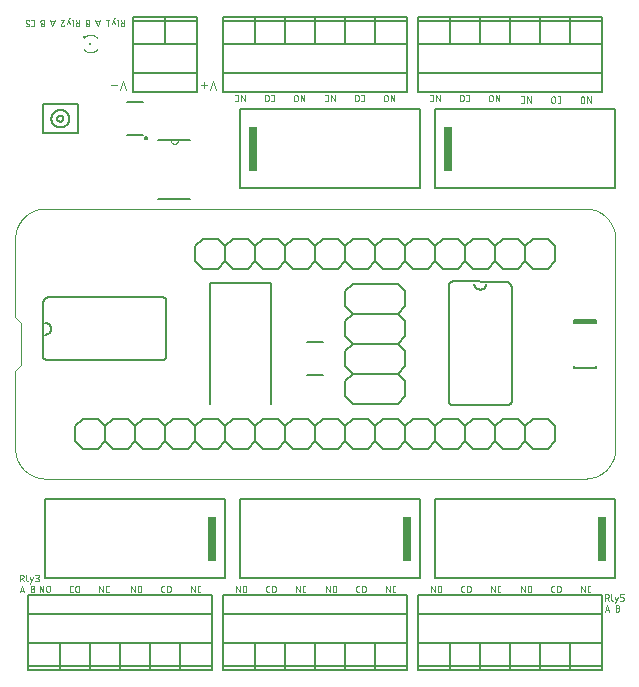
<source format=gto>
G75*
%MOIN*%
%OFA0B0*%
%FSLAX25Y25*%
%IPPOS*%
%LPD*%
%AMOC8*
5,1,8,0,0,1.08239X$1,22.5*
%
%ADD10C,0.00200*%
%ADD11C,0.00300*%
%ADD12C,0.00600*%
%ADD13C,0.00800*%
%ADD14R,0.02500X0.15000*%
%ADD15C,0.00000*%
%ADD16C,0.00400*%
%ADD17R,0.00787X0.00787*%
%ADD18R,0.00591X0.00984*%
%ADD19C,0.00500*%
%ADD20R,0.08071X0.01378*%
D10*
X0006600Y0028100D02*
X0007333Y0030300D01*
X0008067Y0028100D01*
X0007883Y0028650D02*
X0006783Y0028650D01*
X0010139Y0028100D02*
X0010139Y0030300D01*
X0010750Y0030300D01*
X0010793Y0030298D01*
X0010835Y0030293D01*
X0010877Y0030283D01*
X0010917Y0030271D01*
X0010957Y0030254D01*
X0010995Y0030234D01*
X0011030Y0030212D01*
X0011064Y0030186D01*
X0011096Y0030157D01*
X0011125Y0030125D01*
X0011151Y0030091D01*
X0011173Y0030056D01*
X0011193Y0030018D01*
X0011210Y0029978D01*
X0011222Y0029938D01*
X0011232Y0029896D01*
X0011237Y0029854D01*
X0011239Y0029811D01*
X0011237Y0029768D01*
X0011232Y0029726D01*
X0011222Y0029684D01*
X0011210Y0029644D01*
X0011193Y0029604D01*
X0011173Y0029567D01*
X0011151Y0029531D01*
X0011125Y0029497D01*
X0011096Y0029465D01*
X0011064Y0029436D01*
X0011030Y0029410D01*
X0010995Y0029388D01*
X0010957Y0029368D01*
X0010917Y0029351D01*
X0010877Y0029339D01*
X0010835Y0029329D01*
X0010793Y0029324D01*
X0010750Y0029322D01*
X0010139Y0029322D01*
X0010750Y0029322D02*
X0010798Y0029320D01*
X0010846Y0029314D01*
X0010893Y0029305D01*
X0010939Y0029292D01*
X0010984Y0029275D01*
X0011027Y0029255D01*
X0011069Y0029232D01*
X0011109Y0029205D01*
X0011147Y0029176D01*
X0011182Y0029143D01*
X0011215Y0029108D01*
X0011244Y0029070D01*
X0011271Y0029030D01*
X0011294Y0028988D01*
X0011314Y0028945D01*
X0011331Y0028900D01*
X0011344Y0028854D01*
X0011353Y0028807D01*
X0011359Y0028759D01*
X0011361Y0028711D01*
X0011359Y0028663D01*
X0011353Y0028615D01*
X0011344Y0028568D01*
X0011331Y0028522D01*
X0011314Y0028477D01*
X0011294Y0028434D01*
X0011271Y0028392D01*
X0011244Y0028352D01*
X0011215Y0028314D01*
X0011182Y0028279D01*
X0011147Y0028246D01*
X0011109Y0028217D01*
X0011069Y0028190D01*
X0011027Y0028167D01*
X0010984Y0028147D01*
X0010939Y0028130D01*
X0010893Y0028117D01*
X0010846Y0028108D01*
X0010798Y0028102D01*
X0010750Y0028100D01*
X0010139Y0028100D01*
X0010048Y0030967D02*
X0010782Y0033167D01*
X0009804Y0033167D02*
X0010293Y0031700D01*
X0010048Y0030967D02*
X0009804Y0030967D01*
X0009118Y0031700D02*
X0009082Y0031702D01*
X0009046Y0031707D01*
X0009011Y0031716D01*
X0008978Y0031728D01*
X0008945Y0031743D01*
X0008914Y0031762D01*
X0008885Y0031783D01*
X0008858Y0031807D01*
X0008834Y0031834D01*
X0008813Y0031863D01*
X0008794Y0031894D01*
X0008779Y0031927D01*
X0008767Y0031960D01*
X0008758Y0031995D01*
X0008753Y0032031D01*
X0008751Y0032067D01*
X0008751Y0033900D01*
X0007211Y0033900D02*
X0006600Y0033900D01*
X0006600Y0031700D01*
X0006600Y0032678D02*
X0007211Y0032678D01*
X0007333Y0032678D02*
X0007822Y0031700D01*
X0007211Y0032678D02*
X0007259Y0032680D01*
X0007307Y0032686D01*
X0007354Y0032695D01*
X0007400Y0032708D01*
X0007445Y0032725D01*
X0007488Y0032745D01*
X0007530Y0032768D01*
X0007570Y0032795D01*
X0007608Y0032824D01*
X0007643Y0032857D01*
X0007676Y0032892D01*
X0007705Y0032930D01*
X0007732Y0032970D01*
X0007755Y0033012D01*
X0007775Y0033055D01*
X0007792Y0033100D01*
X0007805Y0033146D01*
X0007814Y0033193D01*
X0007820Y0033241D01*
X0007822Y0033289D01*
X0007820Y0033337D01*
X0007814Y0033385D01*
X0007805Y0033432D01*
X0007792Y0033478D01*
X0007775Y0033523D01*
X0007755Y0033566D01*
X0007732Y0033608D01*
X0007705Y0033648D01*
X0007676Y0033686D01*
X0007643Y0033721D01*
X0007608Y0033754D01*
X0007570Y0033783D01*
X0007530Y0033810D01*
X0007488Y0033833D01*
X0007445Y0033853D01*
X0007400Y0033870D01*
X0007354Y0033883D01*
X0007307Y0033892D01*
X0007259Y0033898D01*
X0007211Y0033900D01*
X0011626Y0033900D02*
X0012359Y0033900D01*
X0012402Y0033898D01*
X0012444Y0033893D01*
X0012486Y0033883D01*
X0012526Y0033871D01*
X0012566Y0033854D01*
X0012604Y0033834D01*
X0012639Y0033812D01*
X0012673Y0033786D01*
X0012705Y0033757D01*
X0012734Y0033725D01*
X0012760Y0033691D01*
X0012782Y0033656D01*
X0012802Y0033618D01*
X0012819Y0033578D01*
X0012831Y0033538D01*
X0012841Y0033496D01*
X0012846Y0033454D01*
X0012848Y0033411D01*
X0012846Y0033368D01*
X0012841Y0033326D01*
X0012831Y0033284D01*
X0012819Y0033244D01*
X0012802Y0033204D01*
X0012782Y0033167D01*
X0012760Y0033131D01*
X0012734Y0033097D01*
X0012705Y0033065D01*
X0012673Y0033036D01*
X0012639Y0033010D01*
X0012604Y0032988D01*
X0012566Y0032968D01*
X0012526Y0032951D01*
X0012486Y0032939D01*
X0012444Y0032929D01*
X0012402Y0032924D01*
X0012359Y0032922D01*
X0011870Y0032922D01*
X0012237Y0032922D02*
X0012285Y0032920D01*
X0012333Y0032914D01*
X0012380Y0032905D01*
X0012426Y0032892D01*
X0012471Y0032875D01*
X0012514Y0032855D01*
X0012556Y0032832D01*
X0012596Y0032805D01*
X0012634Y0032776D01*
X0012669Y0032743D01*
X0012702Y0032708D01*
X0012731Y0032670D01*
X0012758Y0032630D01*
X0012781Y0032588D01*
X0012801Y0032545D01*
X0012818Y0032500D01*
X0012831Y0032454D01*
X0012840Y0032407D01*
X0012846Y0032359D01*
X0012848Y0032311D01*
X0012846Y0032263D01*
X0012840Y0032215D01*
X0012831Y0032168D01*
X0012818Y0032122D01*
X0012801Y0032077D01*
X0012781Y0032034D01*
X0012758Y0031992D01*
X0012731Y0031952D01*
X0012702Y0031914D01*
X0012669Y0031879D01*
X0012634Y0031846D01*
X0012596Y0031817D01*
X0012556Y0031790D01*
X0012514Y0031767D01*
X0012471Y0031747D01*
X0012426Y0031730D01*
X0012380Y0031717D01*
X0012333Y0031708D01*
X0012285Y0031702D01*
X0012237Y0031700D01*
X0011626Y0031700D01*
X0013100Y0030300D02*
X0014322Y0028100D01*
X0014322Y0030300D01*
X0015332Y0029689D02*
X0015332Y0028711D01*
X0015334Y0028663D01*
X0015340Y0028615D01*
X0015349Y0028568D01*
X0015362Y0028522D01*
X0015379Y0028477D01*
X0015399Y0028434D01*
X0015422Y0028392D01*
X0015449Y0028352D01*
X0015478Y0028314D01*
X0015511Y0028279D01*
X0015546Y0028246D01*
X0015584Y0028217D01*
X0015624Y0028190D01*
X0015666Y0028167D01*
X0015709Y0028147D01*
X0015754Y0028130D01*
X0015800Y0028117D01*
X0015847Y0028108D01*
X0015895Y0028102D01*
X0015943Y0028100D01*
X0015991Y0028102D01*
X0016039Y0028108D01*
X0016086Y0028117D01*
X0016132Y0028130D01*
X0016177Y0028147D01*
X0016220Y0028167D01*
X0016262Y0028190D01*
X0016302Y0028217D01*
X0016340Y0028246D01*
X0016375Y0028279D01*
X0016408Y0028314D01*
X0016437Y0028352D01*
X0016464Y0028392D01*
X0016487Y0028434D01*
X0016507Y0028477D01*
X0016524Y0028522D01*
X0016537Y0028568D01*
X0016546Y0028615D01*
X0016552Y0028663D01*
X0016554Y0028711D01*
X0016554Y0029689D01*
X0016552Y0029737D01*
X0016546Y0029785D01*
X0016537Y0029832D01*
X0016524Y0029878D01*
X0016507Y0029923D01*
X0016487Y0029966D01*
X0016464Y0030008D01*
X0016437Y0030048D01*
X0016408Y0030086D01*
X0016375Y0030121D01*
X0016340Y0030154D01*
X0016302Y0030183D01*
X0016262Y0030210D01*
X0016220Y0030233D01*
X0016177Y0030253D01*
X0016132Y0030270D01*
X0016086Y0030283D01*
X0016039Y0030292D01*
X0015991Y0030298D01*
X0015943Y0030300D01*
X0015895Y0030298D01*
X0015847Y0030292D01*
X0015800Y0030283D01*
X0015754Y0030270D01*
X0015709Y0030253D01*
X0015666Y0030233D01*
X0015624Y0030210D01*
X0015584Y0030183D01*
X0015546Y0030154D01*
X0015511Y0030121D01*
X0015478Y0030086D01*
X0015449Y0030048D01*
X0015422Y0030008D01*
X0015399Y0029966D01*
X0015379Y0029923D01*
X0015362Y0029878D01*
X0015349Y0029832D01*
X0015340Y0029785D01*
X0015334Y0029737D01*
X0015332Y0029689D01*
X0013100Y0030300D02*
X0013100Y0028100D01*
X0023245Y0028589D02*
X0023245Y0029811D01*
X0023247Y0029854D01*
X0023252Y0029896D01*
X0023262Y0029938D01*
X0023274Y0029978D01*
X0023291Y0030018D01*
X0023311Y0030055D01*
X0023333Y0030091D01*
X0023359Y0030125D01*
X0023388Y0030157D01*
X0023420Y0030186D01*
X0023454Y0030212D01*
X0023489Y0030234D01*
X0023527Y0030254D01*
X0023567Y0030271D01*
X0023607Y0030283D01*
X0023649Y0030293D01*
X0023691Y0030298D01*
X0023734Y0030300D01*
X0024223Y0030300D01*
X0025052Y0029689D02*
X0025052Y0028711D01*
X0025054Y0028663D01*
X0025060Y0028615D01*
X0025069Y0028568D01*
X0025082Y0028522D01*
X0025099Y0028477D01*
X0025119Y0028434D01*
X0025142Y0028392D01*
X0025169Y0028352D01*
X0025198Y0028314D01*
X0025231Y0028279D01*
X0025266Y0028246D01*
X0025304Y0028217D01*
X0025344Y0028190D01*
X0025386Y0028167D01*
X0025429Y0028147D01*
X0025474Y0028130D01*
X0025520Y0028117D01*
X0025567Y0028108D01*
X0025615Y0028102D01*
X0025663Y0028100D01*
X0025711Y0028102D01*
X0025759Y0028108D01*
X0025806Y0028117D01*
X0025852Y0028130D01*
X0025897Y0028147D01*
X0025940Y0028167D01*
X0025982Y0028190D01*
X0026022Y0028217D01*
X0026060Y0028246D01*
X0026095Y0028279D01*
X0026128Y0028314D01*
X0026157Y0028352D01*
X0026184Y0028392D01*
X0026207Y0028434D01*
X0026227Y0028477D01*
X0026244Y0028522D01*
X0026257Y0028568D01*
X0026266Y0028615D01*
X0026272Y0028663D01*
X0026274Y0028711D01*
X0026274Y0029689D01*
X0026272Y0029737D01*
X0026266Y0029785D01*
X0026257Y0029832D01*
X0026244Y0029878D01*
X0026227Y0029923D01*
X0026207Y0029966D01*
X0026184Y0030008D01*
X0026157Y0030048D01*
X0026128Y0030086D01*
X0026095Y0030121D01*
X0026060Y0030154D01*
X0026022Y0030183D01*
X0025982Y0030210D01*
X0025940Y0030233D01*
X0025897Y0030253D01*
X0025852Y0030270D01*
X0025806Y0030283D01*
X0025759Y0030292D01*
X0025711Y0030298D01*
X0025663Y0030300D01*
X0025615Y0030298D01*
X0025567Y0030292D01*
X0025520Y0030283D01*
X0025474Y0030270D01*
X0025429Y0030253D01*
X0025386Y0030233D01*
X0025344Y0030210D01*
X0025304Y0030183D01*
X0025266Y0030154D01*
X0025231Y0030121D01*
X0025198Y0030086D01*
X0025169Y0030048D01*
X0025142Y0030008D01*
X0025119Y0029966D01*
X0025099Y0029923D01*
X0025082Y0029878D01*
X0025069Y0029832D01*
X0025060Y0029785D01*
X0025054Y0029737D01*
X0025052Y0029689D01*
X0023734Y0028100D02*
X0023691Y0028102D01*
X0023649Y0028107D01*
X0023607Y0028117D01*
X0023567Y0028129D01*
X0023527Y0028146D01*
X0023490Y0028166D01*
X0023454Y0028188D01*
X0023420Y0028214D01*
X0023388Y0028243D01*
X0023359Y0028275D01*
X0023333Y0028309D01*
X0023311Y0028345D01*
X0023291Y0028382D01*
X0023274Y0028422D01*
X0023262Y0028462D01*
X0023252Y0028504D01*
X0023247Y0028546D01*
X0023245Y0028589D01*
X0023734Y0028100D02*
X0024223Y0028100D01*
X0033044Y0028100D02*
X0033044Y0030300D01*
X0034266Y0028100D01*
X0034266Y0030300D01*
X0035269Y0029811D02*
X0035269Y0028589D01*
X0035271Y0028546D01*
X0035276Y0028504D01*
X0035286Y0028462D01*
X0035298Y0028422D01*
X0035315Y0028382D01*
X0035335Y0028345D01*
X0035357Y0028309D01*
X0035383Y0028275D01*
X0035412Y0028243D01*
X0035444Y0028214D01*
X0035478Y0028188D01*
X0035514Y0028166D01*
X0035551Y0028146D01*
X0035591Y0028129D01*
X0035631Y0028117D01*
X0035673Y0028107D01*
X0035715Y0028102D01*
X0035758Y0028100D01*
X0036247Y0028100D01*
X0035269Y0029811D02*
X0035271Y0029854D01*
X0035276Y0029896D01*
X0035286Y0029938D01*
X0035298Y0029978D01*
X0035315Y0030018D01*
X0035335Y0030055D01*
X0035357Y0030091D01*
X0035383Y0030125D01*
X0035412Y0030157D01*
X0035444Y0030186D01*
X0035478Y0030212D01*
X0035513Y0030234D01*
X0035551Y0030254D01*
X0035591Y0030271D01*
X0035631Y0030283D01*
X0035673Y0030293D01*
X0035715Y0030298D01*
X0035758Y0030300D01*
X0036247Y0030300D01*
X0043600Y0030300D02*
X0043600Y0028100D01*
X0044822Y0028100D02*
X0043600Y0030300D01*
X0044822Y0030300D02*
X0044822Y0028100D01*
X0045832Y0028711D02*
X0045832Y0029689D01*
X0045834Y0029737D01*
X0045840Y0029785D01*
X0045849Y0029832D01*
X0045862Y0029878D01*
X0045879Y0029923D01*
X0045899Y0029966D01*
X0045922Y0030008D01*
X0045949Y0030048D01*
X0045978Y0030086D01*
X0046011Y0030121D01*
X0046046Y0030154D01*
X0046084Y0030183D01*
X0046124Y0030210D01*
X0046166Y0030233D01*
X0046209Y0030253D01*
X0046254Y0030270D01*
X0046300Y0030283D01*
X0046347Y0030292D01*
X0046395Y0030298D01*
X0046443Y0030300D01*
X0046491Y0030298D01*
X0046539Y0030292D01*
X0046586Y0030283D01*
X0046632Y0030270D01*
X0046677Y0030253D01*
X0046720Y0030233D01*
X0046762Y0030210D01*
X0046802Y0030183D01*
X0046840Y0030154D01*
X0046875Y0030121D01*
X0046908Y0030086D01*
X0046937Y0030048D01*
X0046964Y0030008D01*
X0046987Y0029966D01*
X0047007Y0029923D01*
X0047024Y0029878D01*
X0047037Y0029832D01*
X0047046Y0029785D01*
X0047052Y0029737D01*
X0047054Y0029689D01*
X0047054Y0028711D01*
X0047052Y0028663D01*
X0047046Y0028615D01*
X0047037Y0028568D01*
X0047024Y0028522D01*
X0047007Y0028477D01*
X0046987Y0028434D01*
X0046964Y0028392D01*
X0046937Y0028352D01*
X0046908Y0028314D01*
X0046875Y0028279D01*
X0046840Y0028246D01*
X0046802Y0028217D01*
X0046762Y0028190D01*
X0046720Y0028167D01*
X0046677Y0028147D01*
X0046632Y0028130D01*
X0046586Y0028117D01*
X0046539Y0028108D01*
X0046491Y0028102D01*
X0046443Y0028100D01*
X0046395Y0028102D01*
X0046347Y0028108D01*
X0046300Y0028117D01*
X0046254Y0028130D01*
X0046209Y0028147D01*
X0046166Y0028167D01*
X0046124Y0028190D01*
X0046084Y0028217D01*
X0046046Y0028246D01*
X0046011Y0028279D01*
X0045978Y0028314D01*
X0045949Y0028352D01*
X0045922Y0028392D01*
X0045899Y0028434D01*
X0045879Y0028477D01*
X0045862Y0028522D01*
X0045849Y0028568D01*
X0045840Y0028615D01*
X0045834Y0028663D01*
X0045832Y0028711D01*
X0053745Y0028589D02*
X0053745Y0029811D01*
X0053747Y0029854D01*
X0053752Y0029896D01*
X0053762Y0029938D01*
X0053774Y0029978D01*
X0053791Y0030018D01*
X0053811Y0030055D01*
X0053833Y0030091D01*
X0053859Y0030125D01*
X0053888Y0030157D01*
X0053920Y0030186D01*
X0053954Y0030212D01*
X0053989Y0030234D01*
X0054027Y0030254D01*
X0054067Y0030271D01*
X0054107Y0030283D01*
X0054149Y0030293D01*
X0054191Y0030298D01*
X0054234Y0030300D01*
X0054723Y0030300D01*
X0055552Y0029689D02*
X0055552Y0028711D01*
X0055554Y0028663D01*
X0055560Y0028615D01*
X0055569Y0028568D01*
X0055582Y0028522D01*
X0055599Y0028477D01*
X0055619Y0028434D01*
X0055642Y0028392D01*
X0055669Y0028352D01*
X0055698Y0028314D01*
X0055731Y0028279D01*
X0055766Y0028246D01*
X0055804Y0028217D01*
X0055844Y0028190D01*
X0055886Y0028167D01*
X0055929Y0028147D01*
X0055974Y0028130D01*
X0056020Y0028117D01*
X0056067Y0028108D01*
X0056115Y0028102D01*
X0056163Y0028100D01*
X0056211Y0028102D01*
X0056259Y0028108D01*
X0056306Y0028117D01*
X0056352Y0028130D01*
X0056397Y0028147D01*
X0056440Y0028167D01*
X0056482Y0028190D01*
X0056522Y0028217D01*
X0056560Y0028246D01*
X0056595Y0028279D01*
X0056628Y0028314D01*
X0056657Y0028352D01*
X0056684Y0028392D01*
X0056707Y0028434D01*
X0056727Y0028477D01*
X0056744Y0028522D01*
X0056757Y0028568D01*
X0056766Y0028615D01*
X0056772Y0028663D01*
X0056774Y0028711D01*
X0056774Y0029689D01*
X0056772Y0029737D01*
X0056766Y0029785D01*
X0056757Y0029832D01*
X0056744Y0029878D01*
X0056727Y0029923D01*
X0056707Y0029966D01*
X0056684Y0030008D01*
X0056657Y0030048D01*
X0056628Y0030086D01*
X0056595Y0030121D01*
X0056560Y0030154D01*
X0056522Y0030183D01*
X0056482Y0030210D01*
X0056440Y0030233D01*
X0056397Y0030253D01*
X0056352Y0030270D01*
X0056306Y0030283D01*
X0056259Y0030292D01*
X0056211Y0030298D01*
X0056163Y0030300D01*
X0056115Y0030298D01*
X0056067Y0030292D01*
X0056020Y0030283D01*
X0055974Y0030270D01*
X0055929Y0030253D01*
X0055886Y0030233D01*
X0055844Y0030210D01*
X0055804Y0030183D01*
X0055766Y0030154D01*
X0055731Y0030121D01*
X0055698Y0030086D01*
X0055669Y0030048D01*
X0055642Y0030008D01*
X0055619Y0029966D01*
X0055599Y0029923D01*
X0055582Y0029878D01*
X0055569Y0029832D01*
X0055560Y0029785D01*
X0055554Y0029737D01*
X0055552Y0029689D01*
X0054234Y0028100D02*
X0054191Y0028102D01*
X0054149Y0028107D01*
X0054107Y0028117D01*
X0054067Y0028129D01*
X0054027Y0028146D01*
X0053990Y0028166D01*
X0053954Y0028188D01*
X0053920Y0028214D01*
X0053888Y0028243D01*
X0053859Y0028275D01*
X0053833Y0028309D01*
X0053811Y0028345D01*
X0053791Y0028382D01*
X0053774Y0028422D01*
X0053762Y0028462D01*
X0053752Y0028504D01*
X0053747Y0028546D01*
X0053745Y0028589D01*
X0054234Y0028100D02*
X0054723Y0028100D01*
X0063544Y0028100D02*
X0063544Y0030300D01*
X0064766Y0028100D01*
X0064766Y0030300D01*
X0065769Y0029811D02*
X0065769Y0028589D01*
X0065771Y0028546D01*
X0065776Y0028504D01*
X0065786Y0028462D01*
X0065798Y0028422D01*
X0065815Y0028382D01*
X0065835Y0028345D01*
X0065857Y0028309D01*
X0065883Y0028275D01*
X0065912Y0028243D01*
X0065944Y0028214D01*
X0065978Y0028188D01*
X0066014Y0028166D01*
X0066051Y0028146D01*
X0066091Y0028129D01*
X0066131Y0028117D01*
X0066173Y0028107D01*
X0066215Y0028102D01*
X0066258Y0028100D01*
X0066747Y0028100D01*
X0065769Y0029811D02*
X0065771Y0029854D01*
X0065776Y0029896D01*
X0065786Y0029938D01*
X0065798Y0029978D01*
X0065815Y0030018D01*
X0065835Y0030055D01*
X0065857Y0030091D01*
X0065883Y0030125D01*
X0065912Y0030157D01*
X0065944Y0030186D01*
X0065978Y0030212D01*
X0066013Y0030234D01*
X0066051Y0030254D01*
X0066091Y0030271D01*
X0066131Y0030283D01*
X0066173Y0030293D01*
X0066215Y0030298D01*
X0066258Y0030300D01*
X0066747Y0030300D01*
X0078600Y0030300D02*
X0078600Y0028100D01*
X0079822Y0028100D02*
X0078600Y0030300D01*
X0079822Y0030300D02*
X0079822Y0028100D01*
X0080832Y0028711D02*
X0080832Y0029689D01*
X0080834Y0029737D01*
X0080840Y0029785D01*
X0080849Y0029832D01*
X0080862Y0029878D01*
X0080879Y0029923D01*
X0080899Y0029966D01*
X0080922Y0030008D01*
X0080949Y0030048D01*
X0080978Y0030086D01*
X0081011Y0030121D01*
X0081046Y0030154D01*
X0081084Y0030183D01*
X0081124Y0030210D01*
X0081166Y0030233D01*
X0081209Y0030253D01*
X0081254Y0030270D01*
X0081300Y0030283D01*
X0081347Y0030292D01*
X0081395Y0030298D01*
X0081443Y0030300D01*
X0081491Y0030298D01*
X0081539Y0030292D01*
X0081586Y0030283D01*
X0081632Y0030270D01*
X0081677Y0030253D01*
X0081720Y0030233D01*
X0081762Y0030210D01*
X0081802Y0030183D01*
X0081840Y0030154D01*
X0081875Y0030121D01*
X0081908Y0030086D01*
X0081937Y0030048D01*
X0081964Y0030008D01*
X0081987Y0029966D01*
X0082007Y0029923D01*
X0082024Y0029878D01*
X0082037Y0029832D01*
X0082046Y0029785D01*
X0082052Y0029737D01*
X0082054Y0029689D01*
X0082054Y0028711D01*
X0082052Y0028663D01*
X0082046Y0028615D01*
X0082037Y0028568D01*
X0082024Y0028522D01*
X0082007Y0028477D01*
X0081987Y0028434D01*
X0081964Y0028392D01*
X0081937Y0028352D01*
X0081908Y0028314D01*
X0081875Y0028279D01*
X0081840Y0028246D01*
X0081802Y0028217D01*
X0081762Y0028190D01*
X0081720Y0028167D01*
X0081677Y0028147D01*
X0081632Y0028130D01*
X0081586Y0028117D01*
X0081539Y0028108D01*
X0081491Y0028102D01*
X0081443Y0028100D01*
X0081395Y0028102D01*
X0081347Y0028108D01*
X0081300Y0028117D01*
X0081254Y0028130D01*
X0081209Y0028147D01*
X0081166Y0028167D01*
X0081124Y0028190D01*
X0081084Y0028217D01*
X0081046Y0028246D01*
X0081011Y0028279D01*
X0080978Y0028314D01*
X0080949Y0028352D01*
X0080922Y0028392D01*
X0080899Y0028434D01*
X0080879Y0028477D01*
X0080862Y0028522D01*
X0080849Y0028568D01*
X0080840Y0028615D01*
X0080834Y0028663D01*
X0080832Y0028711D01*
X0088745Y0028589D02*
X0088745Y0029811D01*
X0088747Y0029854D01*
X0088752Y0029896D01*
X0088762Y0029938D01*
X0088774Y0029978D01*
X0088791Y0030018D01*
X0088811Y0030055D01*
X0088833Y0030091D01*
X0088859Y0030125D01*
X0088888Y0030157D01*
X0088920Y0030186D01*
X0088954Y0030212D01*
X0088989Y0030234D01*
X0089027Y0030254D01*
X0089067Y0030271D01*
X0089107Y0030283D01*
X0089149Y0030293D01*
X0089191Y0030298D01*
X0089234Y0030300D01*
X0089723Y0030300D01*
X0090552Y0029689D02*
X0090552Y0028711D01*
X0090554Y0028663D01*
X0090560Y0028615D01*
X0090569Y0028568D01*
X0090582Y0028522D01*
X0090599Y0028477D01*
X0090619Y0028434D01*
X0090642Y0028392D01*
X0090669Y0028352D01*
X0090698Y0028314D01*
X0090731Y0028279D01*
X0090766Y0028246D01*
X0090804Y0028217D01*
X0090844Y0028190D01*
X0090886Y0028167D01*
X0090929Y0028147D01*
X0090974Y0028130D01*
X0091020Y0028117D01*
X0091067Y0028108D01*
X0091115Y0028102D01*
X0091163Y0028100D01*
X0091211Y0028102D01*
X0091259Y0028108D01*
X0091306Y0028117D01*
X0091352Y0028130D01*
X0091397Y0028147D01*
X0091440Y0028167D01*
X0091482Y0028190D01*
X0091522Y0028217D01*
X0091560Y0028246D01*
X0091595Y0028279D01*
X0091628Y0028314D01*
X0091657Y0028352D01*
X0091684Y0028392D01*
X0091707Y0028434D01*
X0091727Y0028477D01*
X0091744Y0028522D01*
X0091757Y0028568D01*
X0091766Y0028615D01*
X0091772Y0028663D01*
X0091774Y0028711D01*
X0091774Y0029689D01*
X0091772Y0029737D01*
X0091766Y0029785D01*
X0091757Y0029832D01*
X0091744Y0029878D01*
X0091727Y0029923D01*
X0091707Y0029966D01*
X0091684Y0030008D01*
X0091657Y0030048D01*
X0091628Y0030086D01*
X0091595Y0030121D01*
X0091560Y0030154D01*
X0091522Y0030183D01*
X0091482Y0030210D01*
X0091440Y0030233D01*
X0091397Y0030253D01*
X0091352Y0030270D01*
X0091306Y0030283D01*
X0091259Y0030292D01*
X0091211Y0030298D01*
X0091163Y0030300D01*
X0091115Y0030298D01*
X0091067Y0030292D01*
X0091020Y0030283D01*
X0090974Y0030270D01*
X0090929Y0030253D01*
X0090886Y0030233D01*
X0090844Y0030210D01*
X0090804Y0030183D01*
X0090766Y0030154D01*
X0090731Y0030121D01*
X0090698Y0030086D01*
X0090669Y0030048D01*
X0090642Y0030008D01*
X0090619Y0029966D01*
X0090599Y0029923D01*
X0090582Y0029878D01*
X0090569Y0029832D01*
X0090560Y0029785D01*
X0090554Y0029737D01*
X0090552Y0029689D01*
X0089234Y0028100D02*
X0089191Y0028102D01*
X0089149Y0028107D01*
X0089107Y0028117D01*
X0089067Y0028129D01*
X0089027Y0028146D01*
X0088990Y0028166D01*
X0088954Y0028188D01*
X0088920Y0028214D01*
X0088888Y0028243D01*
X0088859Y0028275D01*
X0088833Y0028309D01*
X0088811Y0028345D01*
X0088791Y0028382D01*
X0088774Y0028422D01*
X0088762Y0028462D01*
X0088752Y0028504D01*
X0088747Y0028546D01*
X0088745Y0028589D01*
X0089234Y0028100D02*
X0089723Y0028100D01*
X0098544Y0028100D02*
X0098544Y0030300D01*
X0099766Y0028100D01*
X0099766Y0030300D01*
X0100769Y0029811D02*
X0100769Y0028589D01*
X0100771Y0028546D01*
X0100776Y0028504D01*
X0100786Y0028462D01*
X0100798Y0028422D01*
X0100815Y0028382D01*
X0100835Y0028345D01*
X0100857Y0028309D01*
X0100883Y0028275D01*
X0100912Y0028243D01*
X0100944Y0028214D01*
X0100978Y0028188D01*
X0101014Y0028166D01*
X0101051Y0028146D01*
X0101091Y0028129D01*
X0101131Y0028117D01*
X0101173Y0028107D01*
X0101215Y0028102D01*
X0101258Y0028100D01*
X0101747Y0028100D01*
X0100769Y0029811D02*
X0100771Y0029854D01*
X0100776Y0029896D01*
X0100786Y0029938D01*
X0100798Y0029978D01*
X0100815Y0030018D01*
X0100835Y0030055D01*
X0100857Y0030091D01*
X0100883Y0030125D01*
X0100912Y0030157D01*
X0100944Y0030186D01*
X0100978Y0030212D01*
X0101013Y0030234D01*
X0101051Y0030254D01*
X0101091Y0030271D01*
X0101131Y0030283D01*
X0101173Y0030293D01*
X0101215Y0030298D01*
X0101258Y0030300D01*
X0101747Y0030300D01*
X0108600Y0030300D02*
X0108600Y0028100D01*
X0109822Y0028100D02*
X0108600Y0030300D01*
X0109822Y0030300D02*
X0109822Y0028100D01*
X0110832Y0028711D02*
X0110832Y0029689D01*
X0110834Y0029737D01*
X0110840Y0029785D01*
X0110849Y0029832D01*
X0110862Y0029878D01*
X0110879Y0029923D01*
X0110899Y0029966D01*
X0110922Y0030008D01*
X0110949Y0030048D01*
X0110978Y0030086D01*
X0111011Y0030121D01*
X0111046Y0030154D01*
X0111084Y0030183D01*
X0111124Y0030210D01*
X0111166Y0030233D01*
X0111209Y0030253D01*
X0111254Y0030270D01*
X0111300Y0030283D01*
X0111347Y0030292D01*
X0111395Y0030298D01*
X0111443Y0030300D01*
X0111491Y0030298D01*
X0111539Y0030292D01*
X0111586Y0030283D01*
X0111632Y0030270D01*
X0111677Y0030253D01*
X0111720Y0030233D01*
X0111762Y0030210D01*
X0111802Y0030183D01*
X0111840Y0030154D01*
X0111875Y0030121D01*
X0111908Y0030086D01*
X0111937Y0030048D01*
X0111964Y0030008D01*
X0111987Y0029966D01*
X0112007Y0029923D01*
X0112024Y0029878D01*
X0112037Y0029832D01*
X0112046Y0029785D01*
X0112052Y0029737D01*
X0112054Y0029689D01*
X0112054Y0028711D01*
X0112052Y0028663D01*
X0112046Y0028615D01*
X0112037Y0028568D01*
X0112024Y0028522D01*
X0112007Y0028477D01*
X0111987Y0028434D01*
X0111964Y0028392D01*
X0111937Y0028352D01*
X0111908Y0028314D01*
X0111875Y0028279D01*
X0111840Y0028246D01*
X0111802Y0028217D01*
X0111762Y0028190D01*
X0111720Y0028167D01*
X0111677Y0028147D01*
X0111632Y0028130D01*
X0111586Y0028117D01*
X0111539Y0028108D01*
X0111491Y0028102D01*
X0111443Y0028100D01*
X0111395Y0028102D01*
X0111347Y0028108D01*
X0111300Y0028117D01*
X0111254Y0028130D01*
X0111209Y0028147D01*
X0111166Y0028167D01*
X0111124Y0028190D01*
X0111084Y0028217D01*
X0111046Y0028246D01*
X0111011Y0028279D01*
X0110978Y0028314D01*
X0110949Y0028352D01*
X0110922Y0028392D01*
X0110899Y0028434D01*
X0110879Y0028477D01*
X0110862Y0028522D01*
X0110849Y0028568D01*
X0110840Y0028615D01*
X0110834Y0028663D01*
X0110832Y0028711D01*
X0118745Y0028589D02*
X0118745Y0029811D01*
X0118747Y0029854D01*
X0118752Y0029896D01*
X0118762Y0029938D01*
X0118774Y0029978D01*
X0118791Y0030018D01*
X0118811Y0030055D01*
X0118833Y0030091D01*
X0118859Y0030125D01*
X0118888Y0030157D01*
X0118920Y0030186D01*
X0118954Y0030212D01*
X0118989Y0030234D01*
X0119027Y0030254D01*
X0119067Y0030271D01*
X0119107Y0030283D01*
X0119149Y0030293D01*
X0119191Y0030298D01*
X0119234Y0030300D01*
X0119723Y0030300D01*
X0120552Y0029689D02*
X0120552Y0028711D01*
X0120554Y0028663D01*
X0120560Y0028615D01*
X0120569Y0028568D01*
X0120582Y0028522D01*
X0120599Y0028477D01*
X0120619Y0028434D01*
X0120642Y0028392D01*
X0120669Y0028352D01*
X0120698Y0028314D01*
X0120731Y0028279D01*
X0120766Y0028246D01*
X0120804Y0028217D01*
X0120844Y0028190D01*
X0120886Y0028167D01*
X0120929Y0028147D01*
X0120974Y0028130D01*
X0121020Y0028117D01*
X0121067Y0028108D01*
X0121115Y0028102D01*
X0121163Y0028100D01*
X0121211Y0028102D01*
X0121259Y0028108D01*
X0121306Y0028117D01*
X0121352Y0028130D01*
X0121397Y0028147D01*
X0121440Y0028167D01*
X0121482Y0028190D01*
X0121522Y0028217D01*
X0121560Y0028246D01*
X0121595Y0028279D01*
X0121628Y0028314D01*
X0121657Y0028352D01*
X0121684Y0028392D01*
X0121707Y0028434D01*
X0121727Y0028477D01*
X0121744Y0028522D01*
X0121757Y0028568D01*
X0121766Y0028615D01*
X0121772Y0028663D01*
X0121774Y0028711D01*
X0121774Y0029689D01*
X0121772Y0029737D01*
X0121766Y0029785D01*
X0121757Y0029832D01*
X0121744Y0029878D01*
X0121727Y0029923D01*
X0121707Y0029966D01*
X0121684Y0030008D01*
X0121657Y0030048D01*
X0121628Y0030086D01*
X0121595Y0030121D01*
X0121560Y0030154D01*
X0121522Y0030183D01*
X0121482Y0030210D01*
X0121440Y0030233D01*
X0121397Y0030253D01*
X0121352Y0030270D01*
X0121306Y0030283D01*
X0121259Y0030292D01*
X0121211Y0030298D01*
X0121163Y0030300D01*
X0121115Y0030298D01*
X0121067Y0030292D01*
X0121020Y0030283D01*
X0120974Y0030270D01*
X0120929Y0030253D01*
X0120886Y0030233D01*
X0120844Y0030210D01*
X0120804Y0030183D01*
X0120766Y0030154D01*
X0120731Y0030121D01*
X0120698Y0030086D01*
X0120669Y0030048D01*
X0120642Y0030008D01*
X0120619Y0029966D01*
X0120599Y0029923D01*
X0120582Y0029878D01*
X0120569Y0029832D01*
X0120560Y0029785D01*
X0120554Y0029737D01*
X0120552Y0029689D01*
X0119234Y0028100D02*
X0119191Y0028102D01*
X0119149Y0028107D01*
X0119107Y0028117D01*
X0119067Y0028129D01*
X0119027Y0028146D01*
X0118990Y0028166D01*
X0118954Y0028188D01*
X0118920Y0028214D01*
X0118888Y0028243D01*
X0118859Y0028275D01*
X0118833Y0028309D01*
X0118811Y0028345D01*
X0118791Y0028382D01*
X0118774Y0028422D01*
X0118762Y0028462D01*
X0118752Y0028504D01*
X0118747Y0028546D01*
X0118745Y0028589D01*
X0119234Y0028100D02*
X0119723Y0028100D01*
X0128544Y0028100D02*
X0128544Y0030300D01*
X0129766Y0028100D01*
X0129766Y0030300D01*
X0130769Y0029811D02*
X0130769Y0028589D01*
X0130771Y0028546D01*
X0130776Y0028504D01*
X0130786Y0028462D01*
X0130798Y0028422D01*
X0130815Y0028382D01*
X0130835Y0028345D01*
X0130857Y0028309D01*
X0130883Y0028275D01*
X0130912Y0028243D01*
X0130944Y0028214D01*
X0130978Y0028188D01*
X0131014Y0028166D01*
X0131051Y0028146D01*
X0131091Y0028129D01*
X0131131Y0028117D01*
X0131173Y0028107D01*
X0131215Y0028102D01*
X0131258Y0028100D01*
X0131747Y0028100D01*
X0130769Y0029811D02*
X0130771Y0029854D01*
X0130776Y0029896D01*
X0130786Y0029938D01*
X0130798Y0029978D01*
X0130815Y0030018D01*
X0130835Y0030055D01*
X0130857Y0030091D01*
X0130883Y0030125D01*
X0130912Y0030157D01*
X0130944Y0030186D01*
X0130978Y0030212D01*
X0131013Y0030234D01*
X0131051Y0030254D01*
X0131091Y0030271D01*
X0131131Y0030283D01*
X0131173Y0030293D01*
X0131215Y0030298D01*
X0131258Y0030300D01*
X0131747Y0030300D01*
X0143600Y0030300D02*
X0143600Y0028100D01*
X0144822Y0028100D02*
X0143600Y0030300D01*
X0144822Y0030300D02*
X0144822Y0028100D01*
X0145832Y0028711D02*
X0145832Y0029689D01*
X0145834Y0029737D01*
X0145840Y0029785D01*
X0145849Y0029832D01*
X0145862Y0029878D01*
X0145879Y0029923D01*
X0145899Y0029966D01*
X0145922Y0030008D01*
X0145949Y0030048D01*
X0145978Y0030086D01*
X0146011Y0030121D01*
X0146046Y0030154D01*
X0146084Y0030183D01*
X0146124Y0030210D01*
X0146166Y0030233D01*
X0146209Y0030253D01*
X0146254Y0030270D01*
X0146300Y0030283D01*
X0146347Y0030292D01*
X0146395Y0030298D01*
X0146443Y0030300D01*
X0146491Y0030298D01*
X0146539Y0030292D01*
X0146586Y0030283D01*
X0146632Y0030270D01*
X0146677Y0030253D01*
X0146720Y0030233D01*
X0146762Y0030210D01*
X0146802Y0030183D01*
X0146840Y0030154D01*
X0146875Y0030121D01*
X0146908Y0030086D01*
X0146937Y0030048D01*
X0146964Y0030008D01*
X0146987Y0029966D01*
X0147007Y0029923D01*
X0147024Y0029878D01*
X0147037Y0029832D01*
X0147046Y0029785D01*
X0147052Y0029737D01*
X0147054Y0029689D01*
X0147054Y0028711D01*
X0147052Y0028663D01*
X0147046Y0028615D01*
X0147037Y0028568D01*
X0147024Y0028522D01*
X0147007Y0028477D01*
X0146987Y0028434D01*
X0146964Y0028392D01*
X0146937Y0028352D01*
X0146908Y0028314D01*
X0146875Y0028279D01*
X0146840Y0028246D01*
X0146802Y0028217D01*
X0146762Y0028190D01*
X0146720Y0028167D01*
X0146677Y0028147D01*
X0146632Y0028130D01*
X0146586Y0028117D01*
X0146539Y0028108D01*
X0146491Y0028102D01*
X0146443Y0028100D01*
X0146395Y0028102D01*
X0146347Y0028108D01*
X0146300Y0028117D01*
X0146254Y0028130D01*
X0146209Y0028147D01*
X0146166Y0028167D01*
X0146124Y0028190D01*
X0146084Y0028217D01*
X0146046Y0028246D01*
X0146011Y0028279D01*
X0145978Y0028314D01*
X0145949Y0028352D01*
X0145922Y0028392D01*
X0145899Y0028434D01*
X0145879Y0028477D01*
X0145862Y0028522D01*
X0145849Y0028568D01*
X0145840Y0028615D01*
X0145834Y0028663D01*
X0145832Y0028711D01*
X0153745Y0028589D02*
X0153745Y0029811D01*
X0153747Y0029854D01*
X0153752Y0029896D01*
X0153762Y0029938D01*
X0153774Y0029978D01*
X0153791Y0030018D01*
X0153811Y0030055D01*
X0153833Y0030091D01*
X0153859Y0030125D01*
X0153888Y0030157D01*
X0153920Y0030186D01*
X0153954Y0030212D01*
X0153989Y0030234D01*
X0154027Y0030254D01*
X0154067Y0030271D01*
X0154107Y0030283D01*
X0154149Y0030293D01*
X0154191Y0030298D01*
X0154234Y0030300D01*
X0154723Y0030300D01*
X0155552Y0029689D02*
X0155552Y0028711D01*
X0155554Y0028663D01*
X0155560Y0028615D01*
X0155569Y0028568D01*
X0155582Y0028522D01*
X0155599Y0028477D01*
X0155619Y0028434D01*
X0155642Y0028392D01*
X0155669Y0028352D01*
X0155698Y0028314D01*
X0155731Y0028279D01*
X0155766Y0028246D01*
X0155804Y0028217D01*
X0155844Y0028190D01*
X0155886Y0028167D01*
X0155929Y0028147D01*
X0155974Y0028130D01*
X0156020Y0028117D01*
X0156067Y0028108D01*
X0156115Y0028102D01*
X0156163Y0028100D01*
X0156211Y0028102D01*
X0156259Y0028108D01*
X0156306Y0028117D01*
X0156352Y0028130D01*
X0156397Y0028147D01*
X0156440Y0028167D01*
X0156482Y0028190D01*
X0156522Y0028217D01*
X0156560Y0028246D01*
X0156595Y0028279D01*
X0156628Y0028314D01*
X0156657Y0028352D01*
X0156684Y0028392D01*
X0156707Y0028434D01*
X0156727Y0028477D01*
X0156744Y0028522D01*
X0156757Y0028568D01*
X0156766Y0028615D01*
X0156772Y0028663D01*
X0156774Y0028711D01*
X0156774Y0029689D01*
X0156772Y0029737D01*
X0156766Y0029785D01*
X0156757Y0029832D01*
X0156744Y0029878D01*
X0156727Y0029923D01*
X0156707Y0029966D01*
X0156684Y0030008D01*
X0156657Y0030048D01*
X0156628Y0030086D01*
X0156595Y0030121D01*
X0156560Y0030154D01*
X0156522Y0030183D01*
X0156482Y0030210D01*
X0156440Y0030233D01*
X0156397Y0030253D01*
X0156352Y0030270D01*
X0156306Y0030283D01*
X0156259Y0030292D01*
X0156211Y0030298D01*
X0156163Y0030300D01*
X0156115Y0030298D01*
X0156067Y0030292D01*
X0156020Y0030283D01*
X0155974Y0030270D01*
X0155929Y0030253D01*
X0155886Y0030233D01*
X0155844Y0030210D01*
X0155804Y0030183D01*
X0155766Y0030154D01*
X0155731Y0030121D01*
X0155698Y0030086D01*
X0155669Y0030048D01*
X0155642Y0030008D01*
X0155619Y0029966D01*
X0155599Y0029923D01*
X0155582Y0029878D01*
X0155569Y0029832D01*
X0155560Y0029785D01*
X0155554Y0029737D01*
X0155552Y0029689D01*
X0154234Y0028100D02*
X0154191Y0028102D01*
X0154149Y0028107D01*
X0154107Y0028117D01*
X0154067Y0028129D01*
X0154027Y0028146D01*
X0153990Y0028166D01*
X0153954Y0028188D01*
X0153920Y0028214D01*
X0153888Y0028243D01*
X0153859Y0028275D01*
X0153833Y0028309D01*
X0153811Y0028345D01*
X0153791Y0028382D01*
X0153774Y0028422D01*
X0153762Y0028462D01*
X0153752Y0028504D01*
X0153747Y0028546D01*
X0153745Y0028589D01*
X0154234Y0028100D02*
X0154723Y0028100D01*
X0163544Y0028100D02*
X0163544Y0030300D01*
X0164766Y0028100D01*
X0164766Y0030300D01*
X0165769Y0029811D02*
X0165769Y0028589D01*
X0165771Y0028546D01*
X0165776Y0028504D01*
X0165786Y0028462D01*
X0165798Y0028422D01*
X0165815Y0028382D01*
X0165835Y0028345D01*
X0165857Y0028309D01*
X0165883Y0028275D01*
X0165912Y0028243D01*
X0165944Y0028214D01*
X0165978Y0028188D01*
X0166014Y0028166D01*
X0166051Y0028146D01*
X0166091Y0028129D01*
X0166131Y0028117D01*
X0166173Y0028107D01*
X0166215Y0028102D01*
X0166258Y0028100D01*
X0166747Y0028100D01*
X0165769Y0029811D02*
X0165771Y0029854D01*
X0165776Y0029896D01*
X0165786Y0029938D01*
X0165798Y0029978D01*
X0165815Y0030018D01*
X0165835Y0030055D01*
X0165857Y0030091D01*
X0165883Y0030125D01*
X0165912Y0030157D01*
X0165944Y0030186D01*
X0165978Y0030212D01*
X0166013Y0030234D01*
X0166051Y0030254D01*
X0166091Y0030271D01*
X0166131Y0030283D01*
X0166173Y0030293D01*
X0166215Y0030298D01*
X0166258Y0030300D01*
X0166747Y0030300D01*
X0173600Y0030300D02*
X0173600Y0028100D01*
X0174822Y0028100D02*
X0173600Y0030300D01*
X0174822Y0030300D02*
X0174822Y0028100D01*
X0175832Y0028711D02*
X0175832Y0029689D01*
X0175834Y0029737D01*
X0175840Y0029785D01*
X0175849Y0029832D01*
X0175862Y0029878D01*
X0175879Y0029923D01*
X0175899Y0029966D01*
X0175922Y0030008D01*
X0175949Y0030048D01*
X0175978Y0030086D01*
X0176011Y0030121D01*
X0176046Y0030154D01*
X0176084Y0030183D01*
X0176124Y0030210D01*
X0176166Y0030233D01*
X0176209Y0030253D01*
X0176254Y0030270D01*
X0176300Y0030283D01*
X0176347Y0030292D01*
X0176395Y0030298D01*
X0176443Y0030300D01*
X0176491Y0030298D01*
X0176539Y0030292D01*
X0176586Y0030283D01*
X0176632Y0030270D01*
X0176677Y0030253D01*
X0176720Y0030233D01*
X0176762Y0030210D01*
X0176802Y0030183D01*
X0176840Y0030154D01*
X0176875Y0030121D01*
X0176908Y0030086D01*
X0176937Y0030048D01*
X0176964Y0030008D01*
X0176987Y0029966D01*
X0177007Y0029923D01*
X0177024Y0029878D01*
X0177037Y0029832D01*
X0177046Y0029785D01*
X0177052Y0029737D01*
X0177054Y0029689D01*
X0177054Y0028711D01*
X0177052Y0028663D01*
X0177046Y0028615D01*
X0177037Y0028568D01*
X0177024Y0028522D01*
X0177007Y0028477D01*
X0176987Y0028434D01*
X0176964Y0028392D01*
X0176937Y0028352D01*
X0176908Y0028314D01*
X0176875Y0028279D01*
X0176840Y0028246D01*
X0176802Y0028217D01*
X0176762Y0028190D01*
X0176720Y0028167D01*
X0176677Y0028147D01*
X0176632Y0028130D01*
X0176586Y0028117D01*
X0176539Y0028108D01*
X0176491Y0028102D01*
X0176443Y0028100D01*
X0176395Y0028102D01*
X0176347Y0028108D01*
X0176300Y0028117D01*
X0176254Y0028130D01*
X0176209Y0028147D01*
X0176166Y0028167D01*
X0176124Y0028190D01*
X0176084Y0028217D01*
X0176046Y0028246D01*
X0176011Y0028279D01*
X0175978Y0028314D01*
X0175949Y0028352D01*
X0175922Y0028392D01*
X0175899Y0028434D01*
X0175879Y0028477D01*
X0175862Y0028522D01*
X0175849Y0028568D01*
X0175840Y0028615D01*
X0175834Y0028663D01*
X0175832Y0028711D01*
X0183745Y0028589D02*
X0183745Y0029811D01*
X0183747Y0029854D01*
X0183752Y0029896D01*
X0183762Y0029938D01*
X0183774Y0029978D01*
X0183791Y0030018D01*
X0183811Y0030055D01*
X0183833Y0030091D01*
X0183859Y0030125D01*
X0183888Y0030157D01*
X0183920Y0030186D01*
X0183954Y0030212D01*
X0183989Y0030234D01*
X0184027Y0030254D01*
X0184067Y0030271D01*
X0184107Y0030283D01*
X0184149Y0030293D01*
X0184191Y0030298D01*
X0184234Y0030300D01*
X0184723Y0030300D01*
X0185552Y0029689D02*
X0185552Y0028711D01*
X0185554Y0028663D01*
X0185560Y0028615D01*
X0185569Y0028568D01*
X0185582Y0028522D01*
X0185599Y0028477D01*
X0185619Y0028434D01*
X0185642Y0028392D01*
X0185669Y0028352D01*
X0185698Y0028314D01*
X0185731Y0028279D01*
X0185766Y0028246D01*
X0185804Y0028217D01*
X0185844Y0028190D01*
X0185886Y0028167D01*
X0185929Y0028147D01*
X0185974Y0028130D01*
X0186020Y0028117D01*
X0186067Y0028108D01*
X0186115Y0028102D01*
X0186163Y0028100D01*
X0186211Y0028102D01*
X0186259Y0028108D01*
X0186306Y0028117D01*
X0186352Y0028130D01*
X0186397Y0028147D01*
X0186440Y0028167D01*
X0186482Y0028190D01*
X0186522Y0028217D01*
X0186560Y0028246D01*
X0186595Y0028279D01*
X0186628Y0028314D01*
X0186657Y0028352D01*
X0186684Y0028392D01*
X0186707Y0028434D01*
X0186727Y0028477D01*
X0186744Y0028522D01*
X0186757Y0028568D01*
X0186766Y0028615D01*
X0186772Y0028663D01*
X0186774Y0028711D01*
X0186774Y0029689D01*
X0186772Y0029737D01*
X0186766Y0029785D01*
X0186757Y0029832D01*
X0186744Y0029878D01*
X0186727Y0029923D01*
X0186707Y0029966D01*
X0186684Y0030008D01*
X0186657Y0030048D01*
X0186628Y0030086D01*
X0186595Y0030121D01*
X0186560Y0030154D01*
X0186522Y0030183D01*
X0186482Y0030210D01*
X0186440Y0030233D01*
X0186397Y0030253D01*
X0186352Y0030270D01*
X0186306Y0030283D01*
X0186259Y0030292D01*
X0186211Y0030298D01*
X0186163Y0030300D01*
X0186115Y0030298D01*
X0186067Y0030292D01*
X0186020Y0030283D01*
X0185974Y0030270D01*
X0185929Y0030253D01*
X0185886Y0030233D01*
X0185844Y0030210D01*
X0185804Y0030183D01*
X0185766Y0030154D01*
X0185731Y0030121D01*
X0185698Y0030086D01*
X0185669Y0030048D01*
X0185642Y0030008D01*
X0185619Y0029966D01*
X0185599Y0029923D01*
X0185582Y0029878D01*
X0185569Y0029832D01*
X0185560Y0029785D01*
X0185554Y0029737D01*
X0185552Y0029689D01*
X0184234Y0028100D02*
X0184191Y0028102D01*
X0184149Y0028107D01*
X0184107Y0028117D01*
X0184067Y0028129D01*
X0184027Y0028146D01*
X0183990Y0028166D01*
X0183954Y0028188D01*
X0183920Y0028214D01*
X0183888Y0028243D01*
X0183859Y0028275D01*
X0183833Y0028309D01*
X0183811Y0028345D01*
X0183791Y0028382D01*
X0183774Y0028422D01*
X0183762Y0028462D01*
X0183752Y0028504D01*
X0183747Y0028546D01*
X0183745Y0028589D01*
X0184234Y0028100D02*
X0184723Y0028100D01*
X0193544Y0028100D02*
X0193544Y0030300D01*
X0194766Y0028100D01*
X0194766Y0030300D01*
X0195769Y0029811D02*
X0195769Y0028589D01*
X0195771Y0028546D01*
X0195776Y0028504D01*
X0195786Y0028462D01*
X0195798Y0028422D01*
X0195815Y0028382D01*
X0195835Y0028345D01*
X0195857Y0028309D01*
X0195883Y0028275D01*
X0195912Y0028243D01*
X0195944Y0028214D01*
X0195978Y0028188D01*
X0196014Y0028166D01*
X0196051Y0028146D01*
X0196091Y0028129D01*
X0196131Y0028117D01*
X0196173Y0028107D01*
X0196215Y0028102D01*
X0196258Y0028100D01*
X0196747Y0028100D01*
X0195769Y0029811D02*
X0195771Y0029854D01*
X0195776Y0029896D01*
X0195786Y0029938D01*
X0195798Y0029978D01*
X0195815Y0030018D01*
X0195835Y0030055D01*
X0195857Y0030091D01*
X0195883Y0030125D01*
X0195912Y0030157D01*
X0195944Y0030186D01*
X0195978Y0030212D01*
X0196013Y0030234D01*
X0196051Y0030254D01*
X0196091Y0030271D01*
X0196131Y0030283D01*
X0196173Y0030293D01*
X0196215Y0030298D01*
X0196258Y0030300D01*
X0196747Y0030300D01*
X0201600Y0027400D02*
X0201600Y0025200D01*
X0201600Y0026178D02*
X0202211Y0026178D01*
X0202333Y0026178D02*
X0202822Y0025200D01*
X0203751Y0025567D02*
X0203751Y0027400D01*
X0204804Y0026667D02*
X0205293Y0025200D01*
X0205048Y0024467D02*
X0205782Y0026667D01*
X0206626Y0026422D02*
X0206626Y0027400D01*
X0207848Y0027400D01*
X0207359Y0026422D02*
X0206626Y0026422D01*
X0207359Y0026422D02*
X0207402Y0026420D01*
X0207444Y0026415D01*
X0207486Y0026405D01*
X0207526Y0026393D01*
X0207566Y0026376D01*
X0207604Y0026356D01*
X0207639Y0026334D01*
X0207673Y0026308D01*
X0207705Y0026279D01*
X0207734Y0026247D01*
X0207760Y0026213D01*
X0207782Y0026178D01*
X0207802Y0026140D01*
X0207819Y0026100D01*
X0207831Y0026060D01*
X0207841Y0026018D01*
X0207846Y0025976D01*
X0207848Y0025933D01*
X0207848Y0025689D01*
X0207846Y0025646D01*
X0207841Y0025604D01*
X0207831Y0025562D01*
X0207819Y0025522D01*
X0207802Y0025482D01*
X0207782Y0025444D01*
X0207760Y0025409D01*
X0207734Y0025375D01*
X0207705Y0025343D01*
X0207673Y0025314D01*
X0207639Y0025288D01*
X0207603Y0025266D01*
X0207566Y0025246D01*
X0207526Y0025229D01*
X0207486Y0025217D01*
X0207444Y0025207D01*
X0207402Y0025202D01*
X0207359Y0025200D01*
X0206626Y0025200D01*
X0205750Y0023800D02*
X0205139Y0023800D01*
X0205139Y0021600D01*
X0205750Y0021600D01*
X0205798Y0021602D01*
X0205846Y0021608D01*
X0205893Y0021617D01*
X0205939Y0021630D01*
X0205984Y0021647D01*
X0206027Y0021667D01*
X0206069Y0021690D01*
X0206109Y0021717D01*
X0206147Y0021746D01*
X0206182Y0021779D01*
X0206215Y0021814D01*
X0206244Y0021852D01*
X0206271Y0021892D01*
X0206294Y0021934D01*
X0206314Y0021977D01*
X0206331Y0022022D01*
X0206344Y0022068D01*
X0206353Y0022115D01*
X0206359Y0022163D01*
X0206361Y0022211D01*
X0206359Y0022259D01*
X0206353Y0022307D01*
X0206344Y0022354D01*
X0206331Y0022400D01*
X0206314Y0022445D01*
X0206294Y0022488D01*
X0206271Y0022530D01*
X0206244Y0022570D01*
X0206215Y0022608D01*
X0206182Y0022643D01*
X0206147Y0022676D01*
X0206109Y0022705D01*
X0206069Y0022732D01*
X0206027Y0022755D01*
X0205984Y0022775D01*
X0205939Y0022792D01*
X0205893Y0022805D01*
X0205846Y0022814D01*
X0205798Y0022820D01*
X0205750Y0022822D01*
X0205139Y0022822D01*
X0205750Y0022822D02*
X0205793Y0022824D01*
X0205835Y0022829D01*
X0205877Y0022839D01*
X0205917Y0022851D01*
X0205957Y0022868D01*
X0205995Y0022888D01*
X0206030Y0022910D01*
X0206064Y0022936D01*
X0206096Y0022965D01*
X0206125Y0022997D01*
X0206151Y0023031D01*
X0206173Y0023067D01*
X0206193Y0023104D01*
X0206210Y0023144D01*
X0206222Y0023184D01*
X0206232Y0023226D01*
X0206237Y0023268D01*
X0206239Y0023311D01*
X0206237Y0023354D01*
X0206232Y0023396D01*
X0206222Y0023438D01*
X0206210Y0023478D01*
X0206193Y0023518D01*
X0206173Y0023556D01*
X0206151Y0023591D01*
X0206125Y0023625D01*
X0206096Y0023657D01*
X0206064Y0023686D01*
X0206030Y0023712D01*
X0205995Y0023734D01*
X0205957Y0023754D01*
X0205917Y0023771D01*
X0205877Y0023783D01*
X0205835Y0023793D01*
X0205793Y0023798D01*
X0205750Y0023800D01*
X0205048Y0024467D02*
X0204804Y0024467D01*
X0204118Y0025200D02*
X0204082Y0025202D01*
X0204046Y0025207D01*
X0204011Y0025216D01*
X0203978Y0025228D01*
X0203945Y0025243D01*
X0203914Y0025262D01*
X0203885Y0025283D01*
X0203858Y0025307D01*
X0203834Y0025334D01*
X0203813Y0025363D01*
X0203794Y0025394D01*
X0203779Y0025427D01*
X0203767Y0025460D01*
X0203758Y0025495D01*
X0203753Y0025531D01*
X0203751Y0025567D01*
X0202211Y0026178D02*
X0202259Y0026180D01*
X0202307Y0026186D01*
X0202354Y0026195D01*
X0202400Y0026208D01*
X0202445Y0026225D01*
X0202488Y0026245D01*
X0202530Y0026268D01*
X0202570Y0026295D01*
X0202608Y0026324D01*
X0202643Y0026357D01*
X0202676Y0026392D01*
X0202705Y0026430D01*
X0202732Y0026470D01*
X0202755Y0026512D01*
X0202775Y0026555D01*
X0202792Y0026600D01*
X0202805Y0026646D01*
X0202814Y0026693D01*
X0202820Y0026741D01*
X0202822Y0026789D01*
X0202820Y0026837D01*
X0202814Y0026885D01*
X0202805Y0026932D01*
X0202792Y0026978D01*
X0202775Y0027023D01*
X0202755Y0027066D01*
X0202732Y0027108D01*
X0202705Y0027148D01*
X0202676Y0027186D01*
X0202643Y0027221D01*
X0202608Y0027254D01*
X0202570Y0027283D01*
X0202530Y0027310D01*
X0202488Y0027333D01*
X0202445Y0027353D01*
X0202400Y0027370D01*
X0202354Y0027383D01*
X0202307Y0027392D01*
X0202259Y0027398D01*
X0202211Y0027400D01*
X0201600Y0027400D01*
X0202333Y0023800D02*
X0203067Y0021600D01*
X0202883Y0022150D02*
X0201783Y0022150D01*
X0201600Y0021600D02*
X0202333Y0023800D01*
X0196900Y0191200D02*
X0195678Y0193400D01*
X0195678Y0191200D01*
X0194668Y0191811D02*
X0194668Y0192789D01*
X0194666Y0192837D01*
X0194660Y0192885D01*
X0194651Y0192932D01*
X0194638Y0192978D01*
X0194621Y0193023D01*
X0194601Y0193066D01*
X0194578Y0193108D01*
X0194551Y0193148D01*
X0194522Y0193186D01*
X0194489Y0193221D01*
X0194454Y0193254D01*
X0194416Y0193283D01*
X0194376Y0193310D01*
X0194334Y0193333D01*
X0194291Y0193353D01*
X0194246Y0193370D01*
X0194200Y0193383D01*
X0194153Y0193392D01*
X0194105Y0193398D01*
X0194057Y0193400D01*
X0194009Y0193398D01*
X0193961Y0193392D01*
X0193914Y0193383D01*
X0193868Y0193370D01*
X0193823Y0193353D01*
X0193780Y0193333D01*
X0193738Y0193310D01*
X0193698Y0193283D01*
X0193660Y0193254D01*
X0193625Y0193221D01*
X0193592Y0193186D01*
X0193563Y0193148D01*
X0193536Y0193108D01*
X0193513Y0193066D01*
X0193493Y0193023D01*
X0193476Y0192978D01*
X0193463Y0192932D01*
X0193454Y0192885D01*
X0193448Y0192837D01*
X0193446Y0192789D01*
X0193446Y0191811D01*
X0193448Y0191763D01*
X0193454Y0191715D01*
X0193463Y0191668D01*
X0193476Y0191622D01*
X0193493Y0191577D01*
X0193513Y0191534D01*
X0193536Y0191492D01*
X0193563Y0191452D01*
X0193592Y0191414D01*
X0193625Y0191379D01*
X0193660Y0191346D01*
X0193698Y0191317D01*
X0193738Y0191290D01*
X0193780Y0191267D01*
X0193823Y0191247D01*
X0193868Y0191230D01*
X0193914Y0191217D01*
X0193961Y0191208D01*
X0194009Y0191202D01*
X0194057Y0191200D01*
X0194105Y0191202D01*
X0194153Y0191208D01*
X0194200Y0191217D01*
X0194246Y0191230D01*
X0194291Y0191247D01*
X0194334Y0191267D01*
X0194376Y0191290D01*
X0194416Y0191317D01*
X0194454Y0191346D01*
X0194489Y0191379D01*
X0194522Y0191414D01*
X0194551Y0191452D01*
X0194578Y0191492D01*
X0194601Y0191534D01*
X0194621Y0191577D01*
X0194638Y0191622D01*
X0194651Y0191668D01*
X0194660Y0191715D01*
X0194666Y0191763D01*
X0194668Y0191811D01*
X0196900Y0191200D02*
X0196900Y0193400D01*
X0186755Y0192911D02*
X0186755Y0191689D01*
X0186753Y0191646D01*
X0186748Y0191604D01*
X0186738Y0191562D01*
X0186726Y0191522D01*
X0186709Y0191482D01*
X0186689Y0191445D01*
X0186667Y0191409D01*
X0186641Y0191375D01*
X0186612Y0191343D01*
X0186580Y0191314D01*
X0186546Y0191288D01*
X0186511Y0191266D01*
X0186473Y0191246D01*
X0186433Y0191229D01*
X0186393Y0191217D01*
X0186351Y0191207D01*
X0186309Y0191202D01*
X0186266Y0191200D01*
X0185777Y0191200D01*
X0184948Y0191811D02*
X0184948Y0192789D01*
X0184946Y0192837D01*
X0184940Y0192885D01*
X0184931Y0192932D01*
X0184918Y0192978D01*
X0184901Y0193023D01*
X0184881Y0193066D01*
X0184858Y0193108D01*
X0184831Y0193148D01*
X0184802Y0193186D01*
X0184769Y0193221D01*
X0184734Y0193254D01*
X0184696Y0193283D01*
X0184656Y0193310D01*
X0184614Y0193333D01*
X0184571Y0193353D01*
X0184526Y0193370D01*
X0184480Y0193383D01*
X0184433Y0193392D01*
X0184385Y0193398D01*
X0184337Y0193400D01*
X0184289Y0193398D01*
X0184241Y0193392D01*
X0184194Y0193383D01*
X0184148Y0193370D01*
X0184103Y0193353D01*
X0184060Y0193333D01*
X0184018Y0193310D01*
X0183978Y0193283D01*
X0183940Y0193254D01*
X0183905Y0193221D01*
X0183872Y0193186D01*
X0183843Y0193148D01*
X0183816Y0193108D01*
X0183793Y0193066D01*
X0183773Y0193023D01*
X0183756Y0192978D01*
X0183743Y0192932D01*
X0183734Y0192885D01*
X0183728Y0192837D01*
X0183726Y0192789D01*
X0183726Y0191811D01*
X0183728Y0191763D01*
X0183734Y0191715D01*
X0183743Y0191668D01*
X0183756Y0191622D01*
X0183773Y0191577D01*
X0183793Y0191534D01*
X0183816Y0191492D01*
X0183843Y0191452D01*
X0183872Y0191414D01*
X0183905Y0191379D01*
X0183940Y0191346D01*
X0183978Y0191317D01*
X0184018Y0191290D01*
X0184060Y0191267D01*
X0184103Y0191247D01*
X0184148Y0191230D01*
X0184194Y0191217D01*
X0184241Y0191208D01*
X0184289Y0191202D01*
X0184337Y0191200D01*
X0184385Y0191202D01*
X0184433Y0191208D01*
X0184480Y0191217D01*
X0184526Y0191230D01*
X0184571Y0191247D01*
X0184614Y0191267D01*
X0184656Y0191290D01*
X0184696Y0191317D01*
X0184734Y0191346D01*
X0184769Y0191379D01*
X0184802Y0191414D01*
X0184831Y0191452D01*
X0184858Y0191492D01*
X0184881Y0191534D01*
X0184901Y0191577D01*
X0184918Y0191622D01*
X0184931Y0191668D01*
X0184940Y0191715D01*
X0184946Y0191763D01*
X0184948Y0191811D01*
X0186266Y0193400D02*
X0186309Y0193398D01*
X0186351Y0193393D01*
X0186393Y0193383D01*
X0186433Y0193371D01*
X0186473Y0193354D01*
X0186511Y0193334D01*
X0186546Y0193312D01*
X0186580Y0193286D01*
X0186612Y0193257D01*
X0186641Y0193225D01*
X0186667Y0193191D01*
X0186689Y0193156D01*
X0186709Y0193118D01*
X0186726Y0193078D01*
X0186738Y0193038D01*
X0186748Y0192996D01*
X0186753Y0192954D01*
X0186755Y0192911D01*
X0186266Y0193400D02*
X0185777Y0193400D01*
X0176956Y0193400D02*
X0176956Y0191200D01*
X0175734Y0193400D01*
X0175734Y0191200D01*
X0174731Y0191689D02*
X0174731Y0192911D01*
X0174729Y0192954D01*
X0174724Y0192996D01*
X0174714Y0193038D01*
X0174702Y0193078D01*
X0174685Y0193118D01*
X0174665Y0193156D01*
X0174643Y0193191D01*
X0174617Y0193225D01*
X0174588Y0193257D01*
X0174556Y0193286D01*
X0174522Y0193312D01*
X0174487Y0193334D01*
X0174449Y0193354D01*
X0174409Y0193371D01*
X0174369Y0193383D01*
X0174327Y0193393D01*
X0174285Y0193398D01*
X0174242Y0193400D01*
X0173753Y0193400D01*
X0174731Y0191689D02*
X0174729Y0191646D01*
X0174724Y0191604D01*
X0174714Y0191562D01*
X0174702Y0191522D01*
X0174685Y0191482D01*
X0174665Y0191445D01*
X0174643Y0191409D01*
X0174617Y0191375D01*
X0174588Y0191343D01*
X0174556Y0191314D01*
X0174522Y0191288D01*
X0174487Y0191266D01*
X0174449Y0191246D01*
X0174409Y0191229D01*
X0174369Y0191217D01*
X0174327Y0191207D01*
X0174285Y0191202D01*
X0174242Y0191200D01*
X0173753Y0191200D01*
X0166400Y0191700D02*
X0165178Y0193900D01*
X0165178Y0191700D01*
X0164168Y0192311D02*
X0164168Y0193289D01*
X0164166Y0193337D01*
X0164160Y0193385D01*
X0164151Y0193432D01*
X0164138Y0193478D01*
X0164121Y0193523D01*
X0164101Y0193566D01*
X0164078Y0193608D01*
X0164051Y0193648D01*
X0164022Y0193686D01*
X0163989Y0193721D01*
X0163954Y0193754D01*
X0163916Y0193783D01*
X0163876Y0193810D01*
X0163834Y0193833D01*
X0163791Y0193853D01*
X0163746Y0193870D01*
X0163700Y0193883D01*
X0163653Y0193892D01*
X0163605Y0193898D01*
X0163557Y0193900D01*
X0163509Y0193898D01*
X0163461Y0193892D01*
X0163414Y0193883D01*
X0163368Y0193870D01*
X0163323Y0193853D01*
X0163280Y0193833D01*
X0163238Y0193810D01*
X0163198Y0193783D01*
X0163160Y0193754D01*
X0163125Y0193721D01*
X0163092Y0193686D01*
X0163063Y0193648D01*
X0163036Y0193608D01*
X0163013Y0193566D01*
X0162993Y0193523D01*
X0162976Y0193478D01*
X0162963Y0193432D01*
X0162954Y0193385D01*
X0162948Y0193337D01*
X0162946Y0193289D01*
X0162946Y0192311D01*
X0162948Y0192263D01*
X0162954Y0192215D01*
X0162963Y0192168D01*
X0162976Y0192122D01*
X0162993Y0192077D01*
X0163013Y0192034D01*
X0163036Y0191992D01*
X0163063Y0191952D01*
X0163092Y0191914D01*
X0163125Y0191879D01*
X0163160Y0191846D01*
X0163198Y0191817D01*
X0163238Y0191790D01*
X0163280Y0191767D01*
X0163323Y0191747D01*
X0163368Y0191730D01*
X0163414Y0191717D01*
X0163461Y0191708D01*
X0163509Y0191702D01*
X0163557Y0191700D01*
X0163605Y0191702D01*
X0163653Y0191708D01*
X0163700Y0191717D01*
X0163746Y0191730D01*
X0163791Y0191747D01*
X0163834Y0191767D01*
X0163876Y0191790D01*
X0163916Y0191817D01*
X0163954Y0191846D01*
X0163989Y0191879D01*
X0164022Y0191914D01*
X0164051Y0191952D01*
X0164078Y0191992D01*
X0164101Y0192034D01*
X0164121Y0192077D01*
X0164138Y0192122D01*
X0164151Y0192168D01*
X0164160Y0192215D01*
X0164166Y0192263D01*
X0164168Y0192311D01*
X0166400Y0191700D02*
X0166400Y0193900D01*
X0156255Y0193411D02*
X0156255Y0192189D01*
X0156253Y0192146D01*
X0156248Y0192104D01*
X0156238Y0192062D01*
X0156226Y0192022D01*
X0156209Y0191982D01*
X0156189Y0191945D01*
X0156167Y0191909D01*
X0156141Y0191875D01*
X0156112Y0191843D01*
X0156080Y0191814D01*
X0156046Y0191788D01*
X0156011Y0191766D01*
X0155973Y0191746D01*
X0155933Y0191729D01*
X0155893Y0191717D01*
X0155851Y0191707D01*
X0155809Y0191702D01*
X0155766Y0191700D01*
X0155277Y0191700D01*
X0154448Y0192311D02*
X0154448Y0193289D01*
X0154446Y0193337D01*
X0154440Y0193385D01*
X0154431Y0193432D01*
X0154418Y0193478D01*
X0154401Y0193523D01*
X0154381Y0193566D01*
X0154358Y0193608D01*
X0154331Y0193648D01*
X0154302Y0193686D01*
X0154269Y0193721D01*
X0154234Y0193754D01*
X0154196Y0193783D01*
X0154156Y0193810D01*
X0154114Y0193833D01*
X0154071Y0193853D01*
X0154026Y0193870D01*
X0153980Y0193883D01*
X0153933Y0193892D01*
X0153885Y0193898D01*
X0153837Y0193900D01*
X0153789Y0193898D01*
X0153741Y0193892D01*
X0153694Y0193883D01*
X0153648Y0193870D01*
X0153603Y0193853D01*
X0153560Y0193833D01*
X0153518Y0193810D01*
X0153478Y0193783D01*
X0153440Y0193754D01*
X0153405Y0193721D01*
X0153372Y0193686D01*
X0153343Y0193648D01*
X0153316Y0193608D01*
X0153293Y0193566D01*
X0153273Y0193523D01*
X0153256Y0193478D01*
X0153243Y0193432D01*
X0153234Y0193385D01*
X0153228Y0193337D01*
X0153226Y0193289D01*
X0153226Y0192311D01*
X0153228Y0192263D01*
X0153234Y0192215D01*
X0153243Y0192168D01*
X0153256Y0192122D01*
X0153273Y0192077D01*
X0153293Y0192034D01*
X0153316Y0191992D01*
X0153343Y0191952D01*
X0153372Y0191914D01*
X0153405Y0191879D01*
X0153440Y0191846D01*
X0153478Y0191817D01*
X0153518Y0191790D01*
X0153560Y0191767D01*
X0153603Y0191747D01*
X0153648Y0191730D01*
X0153694Y0191717D01*
X0153741Y0191708D01*
X0153789Y0191702D01*
X0153837Y0191700D01*
X0153885Y0191702D01*
X0153933Y0191708D01*
X0153980Y0191717D01*
X0154026Y0191730D01*
X0154071Y0191747D01*
X0154114Y0191767D01*
X0154156Y0191790D01*
X0154196Y0191817D01*
X0154234Y0191846D01*
X0154269Y0191879D01*
X0154302Y0191914D01*
X0154331Y0191952D01*
X0154358Y0191992D01*
X0154381Y0192034D01*
X0154401Y0192077D01*
X0154418Y0192122D01*
X0154431Y0192168D01*
X0154440Y0192215D01*
X0154446Y0192263D01*
X0154448Y0192311D01*
X0155766Y0193900D02*
X0155809Y0193898D01*
X0155851Y0193893D01*
X0155893Y0193883D01*
X0155933Y0193871D01*
X0155973Y0193854D01*
X0156011Y0193834D01*
X0156046Y0193812D01*
X0156080Y0193786D01*
X0156112Y0193757D01*
X0156141Y0193725D01*
X0156167Y0193691D01*
X0156189Y0193656D01*
X0156209Y0193618D01*
X0156226Y0193578D01*
X0156238Y0193538D01*
X0156248Y0193496D01*
X0156253Y0193454D01*
X0156255Y0193411D01*
X0155766Y0193900D02*
X0155277Y0193900D01*
X0146456Y0193900D02*
X0146456Y0191700D01*
X0145234Y0193900D01*
X0145234Y0191700D01*
X0144231Y0192189D02*
X0144231Y0193411D01*
X0144229Y0193454D01*
X0144224Y0193496D01*
X0144214Y0193538D01*
X0144202Y0193578D01*
X0144185Y0193618D01*
X0144165Y0193656D01*
X0144143Y0193691D01*
X0144117Y0193725D01*
X0144088Y0193757D01*
X0144056Y0193786D01*
X0144022Y0193812D01*
X0143987Y0193834D01*
X0143949Y0193854D01*
X0143909Y0193871D01*
X0143869Y0193883D01*
X0143827Y0193893D01*
X0143785Y0193898D01*
X0143742Y0193900D01*
X0143253Y0193900D01*
X0144231Y0192189D02*
X0144229Y0192146D01*
X0144224Y0192104D01*
X0144214Y0192062D01*
X0144202Y0192022D01*
X0144185Y0191982D01*
X0144165Y0191945D01*
X0144143Y0191909D01*
X0144117Y0191875D01*
X0144088Y0191843D01*
X0144056Y0191814D01*
X0144022Y0191788D01*
X0143987Y0191766D01*
X0143949Y0191746D01*
X0143909Y0191729D01*
X0143869Y0191717D01*
X0143827Y0191707D01*
X0143785Y0191702D01*
X0143742Y0191700D01*
X0143253Y0191700D01*
X0131400Y0191700D02*
X0130178Y0193900D01*
X0130178Y0191700D01*
X0129168Y0192311D02*
X0129168Y0193289D01*
X0129166Y0193337D01*
X0129160Y0193385D01*
X0129151Y0193432D01*
X0129138Y0193478D01*
X0129121Y0193523D01*
X0129101Y0193566D01*
X0129078Y0193608D01*
X0129051Y0193648D01*
X0129022Y0193686D01*
X0128989Y0193721D01*
X0128954Y0193754D01*
X0128916Y0193783D01*
X0128876Y0193810D01*
X0128834Y0193833D01*
X0128791Y0193853D01*
X0128746Y0193870D01*
X0128700Y0193883D01*
X0128653Y0193892D01*
X0128605Y0193898D01*
X0128557Y0193900D01*
X0128509Y0193898D01*
X0128461Y0193892D01*
X0128414Y0193883D01*
X0128368Y0193870D01*
X0128323Y0193853D01*
X0128280Y0193833D01*
X0128238Y0193810D01*
X0128198Y0193783D01*
X0128160Y0193754D01*
X0128125Y0193721D01*
X0128092Y0193686D01*
X0128063Y0193648D01*
X0128036Y0193608D01*
X0128013Y0193566D01*
X0127993Y0193523D01*
X0127976Y0193478D01*
X0127963Y0193432D01*
X0127954Y0193385D01*
X0127948Y0193337D01*
X0127946Y0193289D01*
X0127946Y0192311D01*
X0127948Y0192263D01*
X0127954Y0192215D01*
X0127963Y0192168D01*
X0127976Y0192122D01*
X0127993Y0192077D01*
X0128013Y0192034D01*
X0128036Y0191992D01*
X0128063Y0191952D01*
X0128092Y0191914D01*
X0128125Y0191879D01*
X0128160Y0191846D01*
X0128198Y0191817D01*
X0128238Y0191790D01*
X0128280Y0191767D01*
X0128323Y0191747D01*
X0128368Y0191730D01*
X0128414Y0191717D01*
X0128461Y0191708D01*
X0128509Y0191702D01*
X0128557Y0191700D01*
X0128605Y0191702D01*
X0128653Y0191708D01*
X0128700Y0191717D01*
X0128746Y0191730D01*
X0128791Y0191747D01*
X0128834Y0191767D01*
X0128876Y0191790D01*
X0128916Y0191817D01*
X0128954Y0191846D01*
X0128989Y0191879D01*
X0129022Y0191914D01*
X0129051Y0191952D01*
X0129078Y0191992D01*
X0129101Y0192034D01*
X0129121Y0192077D01*
X0129138Y0192122D01*
X0129151Y0192168D01*
X0129160Y0192215D01*
X0129166Y0192263D01*
X0129168Y0192311D01*
X0131400Y0191700D02*
X0131400Y0193900D01*
X0121255Y0193411D02*
X0121255Y0192189D01*
X0121253Y0192146D01*
X0121248Y0192104D01*
X0121238Y0192062D01*
X0121226Y0192022D01*
X0121209Y0191982D01*
X0121189Y0191945D01*
X0121167Y0191909D01*
X0121141Y0191875D01*
X0121112Y0191843D01*
X0121080Y0191814D01*
X0121046Y0191788D01*
X0121011Y0191766D01*
X0120973Y0191746D01*
X0120933Y0191729D01*
X0120893Y0191717D01*
X0120851Y0191707D01*
X0120809Y0191702D01*
X0120766Y0191700D01*
X0120277Y0191700D01*
X0119448Y0192311D02*
X0119448Y0193289D01*
X0119446Y0193337D01*
X0119440Y0193385D01*
X0119431Y0193432D01*
X0119418Y0193478D01*
X0119401Y0193523D01*
X0119381Y0193566D01*
X0119358Y0193608D01*
X0119331Y0193648D01*
X0119302Y0193686D01*
X0119269Y0193721D01*
X0119234Y0193754D01*
X0119196Y0193783D01*
X0119156Y0193810D01*
X0119114Y0193833D01*
X0119071Y0193853D01*
X0119026Y0193870D01*
X0118980Y0193883D01*
X0118933Y0193892D01*
X0118885Y0193898D01*
X0118837Y0193900D01*
X0118789Y0193898D01*
X0118741Y0193892D01*
X0118694Y0193883D01*
X0118648Y0193870D01*
X0118603Y0193853D01*
X0118560Y0193833D01*
X0118518Y0193810D01*
X0118478Y0193783D01*
X0118440Y0193754D01*
X0118405Y0193721D01*
X0118372Y0193686D01*
X0118343Y0193648D01*
X0118316Y0193608D01*
X0118293Y0193566D01*
X0118273Y0193523D01*
X0118256Y0193478D01*
X0118243Y0193432D01*
X0118234Y0193385D01*
X0118228Y0193337D01*
X0118226Y0193289D01*
X0118226Y0192311D01*
X0118228Y0192263D01*
X0118234Y0192215D01*
X0118243Y0192168D01*
X0118256Y0192122D01*
X0118273Y0192077D01*
X0118293Y0192034D01*
X0118316Y0191992D01*
X0118343Y0191952D01*
X0118372Y0191914D01*
X0118405Y0191879D01*
X0118440Y0191846D01*
X0118478Y0191817D01*
X0118518Y0191790D01*
X0118560Y0191767D01*
X0118603Y0191747D01*
X0118648Y0191730D01*
X0118694Y0191717D01*
X0118741Y0191708D01*
X0118789Y0191702D01*
X0118837Y0191700D01*
X0118885Y0191702D01*
X0118933Y0191708D01*
X0118980Y0191717D01*
X0119026Y0191730D01*
X0119071Y0191747D01*
X0119114Y0191767D01*
X0119156Y0191790D01*
X0119196Y0191817D01*
X0119234Y0191846D01*
X0119269Y0191879D01*
X0119302Y0191914D01*
X0119331Y0191952D01*
X0119358Y0191992D01*
X0119381Y0192034D01*
X0119401Y0192077D01*
X0119418Y0192122D01*
X0119431Y0192168D01*
X0119440Y0192215D01*
X0119446Y0192263D01*
X0119448Y0192311D01*
X0120766Y0193900D02*
X0120809Y0193898D01*
X0120851Y0193893D01*
X0120893Y0193883D01*
X0120933Y0193871D01*
X0120973Y0193854D01*
X0121011Y0193834D01*
X0121046Y0193812D01*
X0121080Y0193786D01*
X0121112Y0193757D01*
X0121141Y0193725D01*
X0121167Y0193691D01*
X0121189Y0193656D01*
X0121209Y0193618D01*
X0121226Y0193578D01*
X0121238Y0193538D01*
X0121248Y0193496D01*
X0121253Y0193454D01*
X0121255Y0193411D01*
X0120766Y0193900D02*
X0120277Y0193900D01*
X0111456Y0193900D02*
X0111456Y0191700D01*
X0110234Y0193900D01*
X0110234Y0191700D01*
X0109231Y0192189D02*
X0109231Y0193411D01*
X0109229Y0193454D01*
X0109224Y0193496D01*
X0109214Y0193538D01*
X0109202Y0193578D01*
X0109185Y0193618D01*
X0109165Y0193656D01*
X0109143Y0193691D01*
X0109117Y0193725D01*
X0109088Y0193757D01*
X0109056Y0193786D01*
X0109022Y0193812D01*
X0108987Y0193834D01*
X0108949Y0193854D01*
X0108909Y0193871D01*
X0108869Y0193883D01*
X0108827Y0193893D01*
X0108785Y0193898D01*
X0108742Y0193900D01*
X0108253Y0193900D01*
X0109231Y0192189D02*
X0109229Y0192146D01*
X0109224Y0192104D01*
X0109214Y0192062D01*
X0109202Y0192022D01*
X0109185Y0191982D01*
X0109165Y0191945D01*
X0109143Y0191909D01*
X0109117Y0191875D01*
X0109088Y0191843D01*
X0109056Y0191814D01*
X0109022Y0191788D01*
X0108987Y0191766D01*
X0108949Y0191746D01*
X0108909Y0191729D01*
X0108869Y0191717D01*
X0108827Y0191707D01*
X0108785Y0191702D01*
X0108742Y0191700D01*
X0108253Y0191700D01*
X0101400Y0191700D02*
X0100178Y0193900D01*
X0100178Y0191700D01*
X0099168Y0192311D02*
X0099168Y0193289D01*
X0099166Y0193337D01*
X0099160Y0193385D01*
X0099151Y0193432D01*
X0099138Y0193478D01*
X0099121Y0193523D01*
X0099101Y0193566D01*
X0099078Y0193608D01*
X0099051Y0193648D01*
X0099022Y0193686D01*
X0098989Y0193721D01*
X0098954Y0193754D01*
X0098916Y0193783D01*
X0098876Y0193810D01*
X0098834Y0193833D01*
X0098791Y0193853D01*
X0098746Y0193870D01*
X0098700Y0193883D01*
X0098653Y0193892D01*
X0098605Y0193898D01*
X0098557Y0193900D01*
X0098509Y0193898D01*
X0098461Y0193892D01*
X0098414Y0193883D01*
X0098368Y0193870D01*
X0098323Y0193853D01*
X0098280Y0193833D01*
X0098238Y0193810D01*
X0098198Y0193783D01*
X0098160Y0193754D01*
X0098125Y0193721D01*
X0098092Y0193686D01*
X0098063Y0193648D01*
X0098036Y0193608D01*
X0098013Y0193566D01*
X0097993Y0193523D01*
X0097976Y0193478D01*
X0097963Y0193432D01*
X0097954Y0193385D01*
X0097948Y0193337D01*
X0097946Y0193289D01*
X0097946Y0192311D01*
X0097948Y0192263D01*
X0097954Y0192215D01*
X0097963Y0192168D01*
X0097976Y0192122D01*
X0097993Y0192077D01*
X0098013Y0192034D01*
X0098036Y0191992D01*
X0098063Y0191952D01*
X0098092Y0191914D01*
X0098125Y0191879D01*
X0098160Y0191846D01*
X0098198Y0191817D01*
X0098238Y0191790D01*
X0098280Y0191767D01*
X0098323Y0191747D01*
X0098368Y0191730D01*
X0098414Y0191717D01*
X0098461Y0191708D01*
X0098509Y0191702D01*
X0098557Y0191700D01*
X0098605Y0191702D01*
X0098653Y0191708D01*
X0098700Y0191717D01*
X0098746Y0191730D01*
X0098791Y0191747D01*
X0098834Y0191767D01*
X0098876Y0191790D01*
X0098916Y0191817D01*
X0098954Y0191846D01*
X0098989Y0191879D01*
X0099022Y0191914D01*
X0099051Y0191952D01*
X0099078Y0191992D01*
X0099101Y0192034D01*
X0099121Y0192077D01*
X0099138Y0192122D01*
X0099151Y0192168D01*
X0099160Y0192215D01*
X0099166Y0192263D01*
X0099168Y0192311D01*
X0101400Y0191700D02*
X0101400Y0193900D01*
X0091255Y0193411D02*
X0091255Y0192189D01*
X0091253Y0192146D01*
X0091248Y0192104D01*
X0091238Y0192062D01*
X0091226Y0192022D01*
X0091209Y0191982D01*
X0091189Y0191945D01*
X0091167Y0191909D01*
X0091141Y0191875D01*
X0091112Y0191843D01*
X0091080Y0191814D01*
X0091046Y0191788D01*
X0091011Y0191766D01*
X0090973Y0191746D01*
X0090933Y0191729D01*
X0090893Y0191717D01*
X0090851Y0191707D01*
X0090809Y0191702D01*
X0090766Y0191700D01*
X0090277Y0191700D01*
X0089448Y0192311D02*
X0089448Y0193289D01*
X0089446Y0193337D01*
X0089440Y0193385D01*
X0089431Y0193432D01*
X0089418Y0193478D01*
X0089401Y0193523D01*
X0089381Y0193566D01*
X0089358Y0193608D01*
X0089331Y0193648D01*
X0089302Y0193686D01*
X0089269Y0193721D01*
X0089234Y0193754D01*
X0089196Y0193783D01*
X0089156Y0193810D01*
X0089114Y0193833D01*
X0089071Y0193853D01*
X0089026Y0193870D01*
X0088980Y0193883D01*
X0088933Y0193892D01*
X0088885Y0193898D01*
X0088837Y0193900D01*
X0088789Y0193898D01*
X0088741Y0193892D01*
X0088694Y0193883D01*
X0088648Y0193870D01*
X0088603Y0193853D01*
X0088560Y0193833D01*
X0088518Y0193810D01*
X0088478Y0193783D01*
X0088440Y0193754D01*
X0088405Y0193721D01*
X0088372Y0193686D01*
X0088343Y0193648D01*
X0088316Y0193608D01*
X0088293Y0193566D01*
X0088273Y0193523D01*
X0088256Y0193478D01*
X0088243Y0193432D01*
X0088234Y0193385D01*
X0088228Y0193337D01*
X0088226Y0193289D01*
X0088226Y0192311D01*
X0088228Y0192263D01*
X0088234Y0192215D01*
X0088243Y0192168D01*
X0088256Y0192122D01*
X0088273Y0192077D01*
X0088293Y0192034D01*
X0088316Y0191992D01*
X0088343Y0191952D01*
X0088372Y0191914D01*
X0088405Y0191879D01*
X0088440Y0191846D01*
X0088478Y0191817D01*
X0088518Y0191790D01*
X0088560Y0191767D01*
X0088603Y0191747D01*
X0088648Y0191730D01*
X0088694Y0191717D01*
X0088741Y0191708D01*
X0088789Y0191702D01*
X0088837Y0191700D01*
X0088885Y0191702D01*
X0088933Y0191708D01*
X0088980Y0191717D01*
X0089026Y0191730D01*
X0089071Y0191747D01*
X0089114Y0191767D01*
X0089156Y0191790D01*
X0089196Y0191817D01*
X0089234Y0191846D01*
X0089269Y0191879D01*
X0089302Y0191914D01*
X0089331Y0191952D01*
X0089358Y0191992D01*
X0089381Y0192034D01*
X0089401Y0192077D01*
X0089418Y0192122D01*
X0089431Y0192168D01*
X0089440Y0192215D01*
X0089446Y0192263D01*
X0089448Y0192311D01*
X0090766Y0193900D02*
X0090809Y0193898D01*
X0090851Y0193893D01*
X0090893Y0193883D01*
X0090933Y0193871D01*
X0090973Y0193854D01*
X0091011Y0193834D01*
X0091046Y0193812D01*
X0091080Y0193786D01*
X0091112Y0193757D01*
X0091141Y0193725D01*
X0091167Y0193691D01*
X0091189Y0193656D01*
X0091209Y0193618D01*
X0091226Y0193578D01*
X0091238Y0193538D01*
X0091248Y0193496D01*
X0091253Y0193454D01*
X0091255Y0193411D01*
X0090766Y0193900D02*
X0090277Y0193900D01*
X0081456Y0193900D02*
X0081456Y0191700D01*
X0080234Y0193900D01*
X0080234Y0191700D01*
X0079231Y0192189D02*
X0079231Y0193411D01*
X0079229Y0193454D01*
X0079224Y0193496D01*
X0079214Y0193538D01*
X0079202Y0193578D01*
X0079185Y0193618D01*
X0079165Y0193656D01*
X0079143Y0193691D01*
X0079117Y0193725D01*
X0079088Y0193757D01*
X0079056Y0193786D01*
X0079022Y0193812D01*
X0078987Y0193834D01*
X0078949Y0193854D01*
X0078909Y0193871D01*
X0078869Y0193883D01*
X0078827Y0193893D01*
X0078785Y0193898D01*
X0078742Y0193900D01*
X0078253Y0193900D01*
X0079231Y0192189D02*
X0079229Y0192146D01*
X0079224Y0192104D01*
X0079214Y0192062D01*
X0079202Y0192022D01*
X0079185Y0191982D01*
X0079165Y0191945D01*
X0079143Y0191909D01*
X0079117Y0191875D01*
X0079088Y0191843D01*
X0079056Y0191814D01*
X0079022Y0191788D01*
X0078987Y0191766D01*
X0078949Y0191746D01*
X0078909Y0191729D01*
X0078869Y0191717D01*
X0078827Y0191707D01*
X0078785Y0191702D01*
X0078742Y0191700D01*
X0078253Y0191700D01*
X0041400Y0216700D02*
X0040789Y0216700D01*
X0041400Y0216700D02*
X0041400Y0218900D01*
X0041400Y0217922D02*
X0040789Y0217922D01*
X0040667Y0217922D02*
X0040178Y0218900D01*
X0039249Y0218533D02*
X0039249Y0216700D01*
X0038196Y0217433D02*
X0037707Y0218900D01*
X0037952Y0219633D02*
X0037218Y0217433D01*
X0036374Y0217189D02*
X0035763Y0216700D01*
X0035763Y0218900D01*
X0036374Y0218900D02*
X0035152Y0218900D01*
X0033184Y0218900D02*
X0032451Y0216700D01*
X0031718Y0218900D01*
X0031901Y0218350D02*
X0033001Y0218350D01*
X0029646Y0218900D02*
X0029646Y0216700D01*
X0029035Y0216700D01*
X0028992Y0216702D01*
X0028950Y0216707D01*
X0028908Y0216717D01*
X0028868Y0216729D01*
X0028828Y0216746D01*
X0028791Y0216766D01*
X0028755Y0216788D01*
X0028721Y0216814D01*
X0028689Y0216843D01*
X0028660Y0216875D01*
X0028634Y0216909D01*
X0028612Y0216945D01*
X0028592Y0216982D01*
X0028575Y0217022D01*
X0028563Y0217062D01*
X0028553Y0217104D01*
X0028548Y0217146D01*
X0028546Y0217189D01*
X0028548Y0217232D01*
X0028553Y0217274D01*
X0028563Y0217316D01*
X0028575Y0217356D01*
X0028592Y0217396D01*
X0028612Y0217434D01*
X0028634Y0217469D01*
X0028660Y0217503D01*
X0028689Y0217535D01*
X0028721Y0217564D01*
X0028755Y0217590D01*
X0028791Y0217612D01*
X0028828Y0217632D01*
X0028868Y0217649D01*
X0028908Y0217661D01*
X0028950Y0217671D01*
X0028992Y0217676D01*
X0029035Y0217678D01*
X0029646Y0217678D01*
X0029035Y0217678D02*
X0028987Y0217680D01*
X0028939Y0217686D01*
X0028892Y0217695D01*
X0028846Y0217708D01*
X0028801Y0217725D01*
X0028758Y0217745D01*
X0028716Y0217768D01*
X0028676Y0217795D01*
X0028638Y0217824D01*
X0028603Y0217857D01*
X0028570Y0217892D01*
X0028541Y0217930D01*
X0028514Y0217970D01*
X0028491Y0218012D01*
X0028471Y0218055D01*
X0028454Y0218100D01*
X0028441Y0218146D01*
X0028432Y0218193D01*
X0028426Y0218241D01*
X0028424Y0218289D01*
X0028426Y0218337D01*
X0028432Y0218385D01*
X0028441Y0218432D01*
X0028454Y0218478D01*
X0028471Y0218523D01*
X0028491Y0218566D01*
X0028514Y0218608D01*
X0028541Y0218648D01*
X0028570Y0218686D01*
X0028603Y0218721D01*
X0028638Y0218754D01*
X0028676Y0218783D01*
X0028716Y0218810D01*
X0028758Y0218833D01*
X0028801Y0218853D01*
X0028846Y0218870D01*
X0028892Y0218883D01*
X0028939Y0218892D01*
X0028987Y0218898D01*
X0029035Y0218900D01*
X0029646Y0218900D01*
X0026352Y0218900D02*
X0026352Y0216700D01*
X0025741Y0216700D01*
X0025693Y0216702D01*
X0025645Y0216708D01*
X0025598Y0216717D01*
X0025552Y0216730D01*
X0025507Y0216747D01*
X0025464Y0216767D01*
X0025422Y0216790D01*
X0025382Y0216817D01*
X0025344Y0216846D01*
X0025309Y0216879D01*
X0025276Y0216914D01*
X0025247Y0216952D01*
X0025220Y0216992D01*
X0025197Y0217034D01*
X0025177Y0217077D01*
X0025160Y0217122D01*
X0025147Y0217168D01*
X0025138Y0217215D01*
X0025132Y0217263D01*
X0025130Y0217311D01*
X0025132Y0217359D01*
X0025138Y0217407D01*
X0025147Y0217454D01*
X0025160Y0217500D01*
X0025177Y0217545D01*
X0025197Y0217588D01*
X0025220Y0217630D01*
X0025247Y0217670D01*
X0025276Y0217708D01*
X0025309Y0217743D01*
X0025344Y0217776D01*
X0025382Y0217805D01*
X0025422Y0217832D01*
X0025464Y0217855D01*
X0025507Y0217875D01*
X0025552Y0217892D01*
X0025598Y0217905D01*
X0025645Y0217914D01*
X0025693Y0217920D01*
X0025741Y0217922D01*
X0026352Y0217922D01*
X0025619Y0217922D02*
X0025130Y0218900D01*
X0024201Y0218533D02*
X0024201Y0216700D01*
X0023148Y0217433D02*
X0022659Y0218900D01*
X0022904Y0219633D02*
X0022170Y0217433D01*
X0020287Y0217678D02*
X0020254Y0217644D01*
X0020224Y0217607D01*
X0020196Y0217567D01*
X0020172Y0217526D01*
X0020152Y0217483D01*
X0020135Y0217438D01*
X0020121Y0217392D01*
X0020112Y0217345D01*
X0020106Y0217298D01*
X0020104Y0217250D01*
X0020287Y0217678D02*
X0021326Y0218900D01*
X0020104Y0218900D01*
X0021327Y0217189D02*
X0021309Y0217140D01*
X0021287Y0217092D01*
X0021262Y0217046D01*
X0021234Y0217003D01*
X0021202Y0216961D01*
X0021168Y0216921D01*
X0021131Y0216885D01*
X0021091Y0216851D01*
X0021048Y0216820D01*
X0021004Y0216793D01*
X0020958Y0216769D01*
X0020910Y0216748D01*
X0020860Y0216731D01*
X0020810Y0216717D01*
X0020758Y0216708D01*
X0020706Y0216702D01*
X0020654Y0216700D01*
X0020609Y0216702D01*
X0020563Y0216708D01*
X0020519Y0216717D01*
X0020475Y0216730D01*
X0020433Y0216746D01*
X0020392Y0216766D01*
X0020353Y0216790D01*
X0020316Y0216816D01*
X0020281Y0216845D01*
X0020249Y0216877D01*
X0020220Y0216912D01*
X0020194Y0216949D01*
X0020170Y0216988D01*
X0020150Y0217029D01*
X0020134Y0217071D01*
X0020121Y0217115D01*
X0020112Y0217159D01*
X0020106Y0217205D01*
X0020104Y0217250D01*
X0017953Y0218350D02*
X0016853Y0218350D01*
X0016670Y0218900D02*
X0017403Y0216700D01*
X0018137Y0218900D01*
X0014598Y0218900D02*
X0014598Y0216700D01*
X0013987Y0216700D01*
X0013944Y0216702D01*
X0013902Y0216707D01*
X0013860Y0216717D01*
X0013820Y0216729D01*
X0013780Y0216746D01*
X0013742Y0216766D01*
X0013707Y0216788D01*
X0013673Y0216814D01*
X0013641Y0216843D01*
X0013612Y0216875D01*
X0013586Y0216909D01*
X0013564Y0216945D01*
X0013544Y0216982D01*
X0013527Y0217022D01*
X0013515Y0217062D01*
X0013505Y0217104D01*
X0013500Y0217146D01*
X0013498Y0217189D01*
X0013500Y0217232D01*
X0013505Y0217274D01*
X0013515Y0217316D01*
X0013527Y0217356D01*
X0013544Y0217396D01*
X0013564Y0217434D01*
X0013586Y0217469D01*
X0013612Y0217503D01*
X0013641Y0217535D01*
X0013673Y0217564D01*
X0013707Y0217590D01*
X0013743Y0217612D01*
X0013780Y0217632D01*
X0013820Y0217649D01*
X0013860Y0217661D01*
X0013902Y0217671D01*
X0013944Y0217676D01*
X0013987Y0217678D01*
X0014598Y0217678D01*
X0013987Y0217678D02*
X0013939Y0217680D01*
X0013891Y0217686D01*
X0013844Y0217695D01*
X0013798Y0217708D01*
X0013753Y0217725D01*
X0013710Y0217745D01*
X0013668Y0217768D01*
X0013628Y0217795D01*
X0013590Y0217824D01*
X0013555Y0217857D01*
X0013522Y0217892D01*
X0013493Y0217930D01*
X0013466Y0217970D01*
X0013443Y0218012D01*
X0013423Y0218055D01*
X0013406Y0218100D01*
X0013393Y0218146D01*
X0013384Y0218193D01*
X0013378Y0218241D01*
X0013376Y0218289D01*
X0013378Y0218337D01*
X0013384Y0218385D01*
X0013393Y0218432D01*
X0013406Y0218478D01*
X0013423Y0218523D01*
X0013443Y0218566D01*
X0013466Y0218608D01*
X0013493Y0218648D01*
X0013522Y0218686D01*
X0013555Y0218721D01*
X0013590Y0218754D01*
X0013628Y0218783D01*
X0013668Y0218810D01*
X0013710Y0218833D01*
X0013753Y0218853D01*
X0013798Y0218870D01*
X0013844Y0218883D01*
X0013891Y0218892D01*
X0013939Y0218898D01*
X0013987Y0218900D01*
X0014598Y0218900D01*
X0011397Y0218411D02*
X0011397Y0217189D01*
X0011395Y0217146D01*
X0011390Y0217104D01*
X0011380Y0217062D01*
X0011368Y0217022D01*
X0011351Y0216982D01*
X0011331Y0216945D01*
X0011309Y0216909D01*
X0011283Y0216875D01*
X0011254Y0216843D01*
X0011222Y0216814D01*
X0011188Y0216788D01*
X0011153Y0216766D01*
X0011115Y0216746D01*
X0011075Y0216729D01*
X0011035Y0216717D01*
X0010993Y0216707D01*
X0010951Y0216702D01*
X0010908Y0216700D01*
X0010419Y0216700D01*
X0009601Y0217189D02*
X0009599Y0217146D01*
X0009594Y0217104D01*
X0009584Y0217062D01*
X0009572Y0217022D01*
X0009555Y0216982D01*
X0009535Y0216945D01*
X0009513Y0216909D01*
X0009487Y0216875D01*
X0009458Y0216843D01*
X0009426Y0216814D01*
X0009392Y0216788D01*
X0009357Y0216766D01*
X0009319Y0216746D01*
X0009279Y0216729D01*
X0009239Y0216717D01*
X0009197Y0216707D01*
X0009155Y0216702D01*
X0009112Y0216700D01*
X0009602Y0217189D02*
X0009600Y0217232D01*
X0009595Y0217275D01*
X0009585Y0217317D01*
X0009573Y0217358D01*
X0009556Y0217397D01*
X0009537Y0217436D01*
X0009514Y0217472D01*
X0009488Y0217506D01*
X0009459Y0217538D01*
X0009427Y0217567D01*
X0009393Y0217594D01*
X0009357Y0217617D01*
X0008685Y0217983D01*
X0008929Y0218900D02*
X0008992Y0218898D01*
X0009054Y0218892D01*
X0009116Y0218883D01*
X0009178Y0218870D01*
X0009238Y0218853D01*
X0009297Y0218832D01*
X0009355Y0218808D01*
X0009411Y0218780D01*
X0009466Y0218749D01*
X0009519Y0218715D01*
X0009569Y0218678D01*
X0009617Y0218638D01*
X0009662Y0218594D01*
X0008685Y0217983D02*
X0008649Y0218006D01*
X0008615Y0218033D01*
X0008583Y0218062D01*
X0008554Y0218094D01*
X0008528Y0218128D01*
X0008505Y0218164D01*
X0008486Y0218203D01*
X0008469Y0218242D01*
X0008457Y0218283D01*
X0008447Y0218325D01*
X0008442Y0218368D01*
X0008440Y0218411D01*
X0008442Y0218454D01*
X0008447Y0218496D01*
X0008457Y0218538D01*
X0008469Y0218578D01*
X0008486Y0218618D01*
X0008506Y0218656D01*
X0008528Y0218691D01*
X0008554Y0218725D01*
X0008583Y0218757D01*
X0008615Y0218786D01*
X0008649Y0218812D01*
X0008685Y0218834D01*
X0008722Y0218854D01*
X0008762Y0218871D01*
X0008802Y0218883D01*
X0008844Y0218893D01*
X0008886Y0218898D01*
X0008929Y0218900D01*
X0008562Y0216883D02*
X0008610Y0216850D01*
X0008660Y0216819D01*
X0008713Y0216791D01*
X0008767Y0216768D01*
X0008822Y0216747D01*
X0008879Y0216730D01*
X0008936Y0216717D01*
X0008994Y0216708D01*
X0009053Y0216702D01*
X0009112Y0216700D01*
X0010908Y0218900D02*
X0010951Y0218898D01*
X0010993Y0218893D01*
X0011035Y0218883D01*
X0011075Y0218871D01*
X0011115Y0218854D01*
X0011153Y0218834D01*
X0011188Y0218812D01*
X0011222Y0218786D01*
X0011254Y0218757D01*
X0011283Y0218725D01*
X0011309Y0218691D01*
X0011331Y0218656D01*
X0011351Y0218618D01*
X0011368Y0218578D01*
X0011380Y0218538D01*
X0011390Y0218496D01*
X0011395Y0218454D01*
X0011397Y0218411D01*
X0010908Y0218900D02*
X0010419Y0218900D01*
X0022904Y0219633D02*
X0023148Y0219633D01*
X0023834Y0218900D02*
X0023870Y0218898D01*
X0023906Y0218893D01*
X0023941Y0218884D01*
X0023974Y0218872D01*
X0024007Y0218857D01*
X0024038Y0218838D01*
X0024067Y0218817D01*
X0024094Y0218793D01*
X0024118Y0218766D01*
X0024139Y0218737D01*
X0024158Y0218706D01*
X0024173Y0218673D01*
X0024185Y0218640D01*
X0024194Y0218605D01*
X0024199Y0218569D01*
X0024201Y0218533D01*
X0037952Y0219633D02*
X0038196Y0219633D01*
X0038882Y0218900D02*
X0038918Y0218898D01*
X0038954Y0218893D01*
X0038989Y0218884D01*
X0039022Y0218872D01*
X0039055Y0218857D01*
X0039086Y0218838D01*
X0039115Y0218817D01*
X0039142Y0218793D01*
X0039166Y0218766D01*
X0039187Y0218737D01*
X0039206Y0218706D01*
X0039221Y0218673D01*
X0039233Y0218640D01*
X0039242Y0218605D01*
X0039247Y0218569D01*
X0039249Y0218533D01*
X0040789Y0217922D02*
X0040741Y0217920D01*
X0040693Y0217914D01*
X0040646Y0217905D01*
X0040600Y0217892D01*
X0040555Y0217875D01*
X0040512Y0217855D01*
X0040470Y0217832D01*
X0040430Y0217805D01*
X0040392Y0217776D01*
X0040357Y0217743D01*
X0040324Y0217708D01*
X0040295Y0217670D01*
X0040268Y0217630D01*
X0040245Y0217588D01*
X0040225Y0217545D01*
X0040208Y0217500D01*
X0040195Y0217454D01*
X0040186Y0217407D01*
X0040180Y0217359D01*
X0040178Y0217311D01*
X0040180Y0217263D01*
X0040186Y0217215D01*
X0040195Y0217168D01*
X0040208Y0217122D01*
X0040225Y0217077D01*
X0040245Y0217034D01*
X0040268Y0216992D01*
X0040295Y0216952D01*
X0040324Y0216914D01*
X0040357Y0216879D01*
X0040392Y0216846D01*
X0040430Y0216817D01*
X0040470Y0216790D01*
X0040512Y0216767D01*
X0040555Y0216747D01*
X0040600Y0216730D01*
X0040646Y0216717D01*
X0040693Y0216708D01*
X0040741Y0216702D01*
X0040789Y0216700D01*
D11*
X0040883Y0198350D02*
X0039917Y0195450D01*
X0041850Y0195450D02*
X0040883Y0198350D01*
X0038778Y0197222D02*
X0036845Y0197222D01*
X0066845Y0197222D02*
X0068778Y0197222D01*
X0067811Y0196256D02*
X0067811Y0198189D01*
X0070883Y0198350D02*
X0069917Y0195450D01*
X0071850Y0195450D02*
X0070883Y0198350D01*
D12*
X0063400Y0178800D02*
X0059200Y0178800D01*
X0056800Y0178800D01*
X0052600Y0178800D01*
X0047756Y0180488D02*
X0042244Y0180488D01*
X0042244Y0191512D02*
X0047756Y0191512D01*
X0019000Y0186000D02*
X0019002Y0186063D01*
X0019008Y0186125D01*
X0019018Y0186187D01*
X0019031Y0186249D01*
X0019049Y0186309D01*
X0019070Y0186368D01*
X0019095Y0186426D01*
X0019124Y0186482D01*
X0019156Y0186536D01*
X0019191Y0186588D01*
X0019229Y0186637D01*
X0019271Y0186685D01*
X0019315Y0186729D01*
X0019363Y0186771D01*
X0019412Y0186809D01*
X0019464Y0186844D01*
X0019518Y0186876D01*
X0019574Y0186905D01*
X0019632Y0186930D01*
X0019691Y0186951D01*
X0019751Y0186969D01*
X0019813Y0186982D01*
X0019875Y0186992D01*
X0019937Y0186998D01*
X0020000Y0187000D01*
X0020063Y0186998D01*
X0020125Y0186992D01*
X0020187Y0186982D01*
X0020249Y0186969D01*
X0020309Y0186951D01*
X0020368Y0186930D01*
X0020426Y0186905D01*
X0020482Y0186876D01*
X0020536Y0186844D01*
X0020588Y0186809D01*
X0020637Y0186771D01*
X0020685Y0186729D01*
X0020729Y0186685D01*
X0020771Y0186637D01*
X0020809Y0186588D01*
X0020844Y0186536D01*
X0020876Y0186482D01*
X0020905Y0186426D01*
X0020930Y0186368D01*
X0020951Y0186309D01*
X0020969Y0186249D01*
X0020982Y0186187D01*
X0020992Y0186125D01*
X0020998Y0186063D01*
X0021000Y0186000D01*
X0020998Y0185937D01*
X0020992Y0185875D01*
X0020982Y0185813D01*
X0020969Y0185751D01*
X0020951Y0185691D01*
X0020930Y0185632D01*
X0020905Y0185574D01*
X0020876Y0185518D01*
X0020844Y0185464D01*
X0020809Y0185412D01*
X0020771Y0185363D01*
X0020729Y0185315D01*
X0020685Y0185271D01*
X0020637Y0185229D01*
X0020588Y0185191D01*
X0020536Y0185156D01*
X0020482Y0185124D01*
X0020426Y0185095D01*
X0020368Y0185070D01*
X0020309Y0185049D01*
X0020249Y0185031D01*
X0020187Y0185018D01*
X0020125Y0185008D01*
X0020063Y0185002D01*
X0020000Y0185000D01*
X0019937Y0185002D01*
X0019875Y0185008D01*
X0019813Y0185018D01*
X0019751Y0185031D01*
X0019691Y0185049D01*
X0019632Y0185070D01*
X0019574Y0185095D01*
X0019518Y0185124D01*
X0019464Y0185156D01*
X0019412Y0185191D01*
X0019363Y0185229D01*
X0019315Y0185271D01*
X0019271Y0185315D01*
X0019229Y0185363D01*
X0019191Y0185412D01*
X0019156Y0185464D01*
X0019124Y0185518D01*
X0019095Y0185574D01*
X0019070Y0185632D01*
X0019049Y0185691D01*
X0019031Y0185751D01*
X0019018Y0185813D01*
X0019008Y0185875D01*
X0019002Y0185937D01*
X0019000Y0186000D01*
X0017047Y0186000D02*
X0017049Y0186108D01*
X0017055Y0186217D01*
X0017065Y0186325D01*
X0017079Y0186432D01*
X0017097Y0186539D01*
X0017118Y0186646D01*
X0017144Y0186751D01*
X0017174Y0186856D01*
X0017207Y0186959D01*
X0017244Y0187061D01*
X0017285Y0187161D01*
X0017329Y0187260D01*
X0017378Y0187358D01*
X0017429Y0187453D01*
X0017484Y0187546D01*
X0017543Y0187638D01*
X0017605Y0187727D01*
X0017670Y0187814D01*
X0017738Y0187898D01*
X0017809Y0187980D01*
X0017883Y0188059D01*
X0017960Y0188135D01*
X0018040Y0188209D01*
X0018123Y0188279D01*
X0018208Y0188347D01*
X0018295Y0188411D01*
X0018385Y0188472D01*
X0018477Y0188530D01*
X0018571Y0188584D01*
X0018667Y0188635D01*
X0018764Y0188682D01*
X0018864Y0188726D01*
X0018965Y0188766D01*
X0019067Y0188802D01*
X0019170Y0188834D01*
X0019275Y0188863D01*
X0019381Y0188887D01*
X0019487Y0188908D01*
X0019594Y0188925D01*
X0019702Y0188938D01*
X0019810Y0188947D01*
X0019919Y0188952D01*
X0020027Y0188953D01*
X0020136Y0188950D01*
X0020244Y0188943D01*
X0020352Y0188932D01*
X0020459Y0188917D01*
X0020566Y0188898D01*
X0020672Y0188875D01*
X0020777Y0188849D01*
X0020882Y0188818D01*
X0020984Y0188784D01*
X0021086Y0188746D01*
X0021186Y0188704D01*
X0021285Y0188659D01*
X0021382Y0188610D01*
X0021476Y0188557D01*
X0021569Y0188501D01*
X0021660Y0188442D01*
X0021749Y0188379D01*
X0021835Y0188314D01*
X0021919Y0188245D01*
X0022000Y0188173D01*
X0022078Y0188098D01*
X0022154Y0188020D01*
X0022227Y0187939D01*
X0022297Y0187856D01*
X0022363Y0187771D01*
X0022427Y0187683D01*
X0022487Y0187592D01*
X0022544Y0187500D01*
X0022597Y0187405D01*
X0022647Y0187309D01*
X0022693Y0187211D01*
X0022736Y0187111D01*
X0022775Y0187010D01*
X0022810Y0186907D01*
X0022842Y0186804D01*
X0022869Y0186699D01*
X0022893Y0186593D01*
X0022913Y0186486D01*
X0022929Y0186379D01*
X0022941Y0186271D01*
X0022949Y0186163D01*
X0022953Y0186054D01*
X0022953Y0185946D01*
X0022949Y0185837D01*
X0022941Y0185729D01*
X0022929Y0185621D01*
X0022913Y0185514D01*
X0022893Y0185407D01*
X0022869Y0185301D01*
X0022842Y0185196D01*
X0022810Y0185093D01*
X0022775Y0184990D01*
X0022736Y0184889D01*
X0022693Y0184789D01*
X0022647Y0184691D01*
X0022597Y0184595D01*
X0022544Y0184500D01*
X0022487Y0184408D01*
X0022427Y0184317D01*
X0022363Y0184229D01*
X0022297Y0184144D01*
X0022227Y0184061D01*
X0022154Y0183980D01*
X0022078Y0183902D01*
X0022000Y0183827D01*
X0021919Y0183755D01*
X0021835Y0183686D01*
X0021749Y0183621D01*
X0021660Y0183558D01*
X0021569Y0183499D01*
X0021477Y0183443D01*
X0021382Y0183390D01*
X0021285Y0183341D01*
X0021186Y0183296D01*
X0021086Y0183254D01*
X0020984Y0183216D01*
X0020882Y0183182D01*
X0020777Y0183151D01*
X0020672Y0183125D01*
X0020566Y0183102D01*
X0020459Y0183083D01*
X0020352Y0183068D01*
X0020244Y0183057D01*
X0020136Y0183050D01*
X0020027Y0183047D01*
X0019919Y0183048D01*
X0019810Y0183053D01*
X0019702Y0183062D01*
X0019594Y0183075D01*
X0019487Y0183092D01*
X0019381Y0183113D01*
X0019275Y0183137D01*
X0019170Y0183166D01*
X0019067Y0183198D01*
X0018965Y0183234D01*
X0018864Y0183274D01*
X0018764Y0183318D01*
X0018667Y0183365D01*
X0018571Y0183416D01*
X0018477Y0183470D01*
X0018385Y0183528D01*
X0018295Y0183589D01*
X0018208Y0183653D01*
X0018123Y0183721D01*
X0018040Y0183791D01*
X0017960Y0183865D01*
X0017883Y0183941D01*
X0017809Y0184020D01*
X0017738Y0184102D01*
X0017670Y0184186D01*
X0017605Y0184273D01*
X0017543Y0184362D01*
X0017484Y0184454D01*
X0017429Y0184547D01*
X0017378Y0184642D01*
X0017329Y0184740D01*
X0017285Y0184839D01*
X0017244Y0184939D01*
X0017207Y0185041D01*
X0017174Y0185144D01*
X0017144Y0185249D01*
X0017118Y0185354D01*
X0017097Y0185461D01*
X0017079Y0185568D01*
X0017065Y0185675D01*
X0017055Y0185783D01*
X0017049Y0185892D01*
X0017047Y0186000D01*
X0052600Y0159200D02*
X0063400Y0159200D01*
X0067500Y0146000D02*
X0072500Y0146000D01*
X0075000Y0143500D01*
X0077500Y0146000D01*
X0082500Y0146000D01*
X0085000Y0143500D01*
X0087500Y0146000D01*
X0092500Y0146000D01*
X0095000Y0143500D01*
X0097500Y0146000D01*
X0102500Y0146000D01*
X0105000Y0143500D01*
X0107500Y0146000D01*
X0112500Y0146000D01*
X0115000Y0143500D01*
X0117500Y0146000D01*
X0122500Y0146000D01*
X0125000Y0143500D01*
X0127500Y0146000D01*
X0132500Y0146000D01*
X0135000Y0143500D01*
X0137500Y0146000D01*
X0142500Y0146000D01*
X0145000Y0143500D01*
X0147500Y0146000D01*
X0152500Y0146000D01*
X0155000Y0143500D01*
X0157500Y0146000D01*
X0162500Y0146000D01*
X0165000Y0143500D01*
X0167500Y0146000D01*
X0172500Y0146000D01*
X0175000Y0143500D01*
X0177500Y0146000D01*
X0182500Y0146000D01*
X0185000Y0143500D01*
X0185000Y0138500D01*
X0182500Y0136000D01*
X0177500Y0136000D01*
X0175000Y0138500D01*
X0172500Y0136000D01*
X0167500Y0136000D01*
X0165000Y0138500D01*
X0165000Y0143500D01*
X0165000Y0138500D02*
X0162500Y0136000D01*
X0157500Y0136000D01*
X0155000Y0138500D01*
X0152500Y0136000D01*
X0147500Y0136000D01*
X0145000Y0138500D01*
X0142500Y0136000D01*
X0137500Y0136000D01*
X0135000Y0138500D01*
X0135000Y0143500D01*
X0135000Y0138500D02*
X0132500Y0136000D01*
X0127500Y0136000D01*
X0125000Y0138500D01*
X0122500Y0136000D01*
X0117500Y0136000D01*
X0115000Y0138500D01*
X0112500Y0136000D01*
X0107500Y0136000D01*
X0105000Y0138500D01*
X0105000Y0143500D01*
X0105000Y0138500D02*
X0102500Y0136000D01*
X0097500Y0136000D01*
X0095000Y0138500D01*
X0092500Y0136000D01*
X0087500Y0136000D01*
X0085000Y0138500D01*
X0082500Y0136000D01*
X0077500Y0136000D01*
X0075000Y0138500D01*
X0072500Y0136000D01*
X0067500Y0136000D01*
X0065000Y0138500D01*
X0065000Y0143500D01*
X0067500Y0146000D01*
X0075000Y0143500D02*
X0075000Y0138500D01*
X0085000Y0138500D02*
X0085000Y0143500D01*
X0095000Y0143500D02*
X0095000Y0138500D01*
X0115000Y0138500D02*
X0115000Y0143500D01*
X0125000Y0143500D02*
X0125000Y0138500D01*
X0117500Y0131000D02*
X0132500Y0131000D01*
X0135000Y0128500D01*
X0135000Y0123500D01*
X0132500Y0121000D01*
X0117500Y0121000D01*
X0115000Y0118500D01*
X0115000Y0113500D01*
X0117500Y0111000D01*
X0132500Y0111000D01*
X0135000Y0108500D01*
X0135000Y0103500D01*
X0132500Y0101000D01*
X0135000Y0098500D01*
X0135000Y0093500D01*
X0132500Y0091000D01*
X0117500Y0091000D01*
X0115000Y0093500D01*
X0115000Y0098500D01*
X0117500Y0101000D01*
X0132500Y0101000D01*
X0132500Y0111000D02*
X0135000Y0113500D01*
X0135000Y0118500D01*
X0132500Y0121000D01*
X0117500Y0121000D02*
X0115000Y0123500D01*
X0115000Y0128500D01*
X0117500Y0131000D01*
X0117500Y0111000D02*
X0115000Y0108500D01*
X0115000Y0103500D01*
X0117500Y0101000D01*
X0107756Y0100488D02*
X0102244Y0100488D01*
X0102244Y0111512D02*
X0107756Y0111512D01*
X0107500Y0086000D02*
X0112500Y0086000D01*
X0115000Y0083500D01*
X0117500Y0086000D01*
X0122500Y0086000D01*
X0125000Y0083500D01*
X0127500Y0086000D01*
X0132500Y0086000D01*
X0135000Y0083500D01*
X0135000Y0078500D01*
X0132500Y0076000D01*
X0127500Y0076000D01*
X0125000Y0078500D01*
X0122500Y0076000D01*
X0117500Y0076000D01*
X0115000Y0078500D01*
X0112500Y0076000D01*
X0107500Y0076000D01*
X0105000Y0078500D01*
X0102500Y0076000D01*
X0097500Y0076000D01*
X0095000Y0078500D01*
X0092500Y0076000D01*
X0087500Y0076000D01*
X0085000Y0078500D01*
X0082500Y0076000D01*
X0077500Y0076000D01*
X0075000Y0078500D01*
X0072500Y0076000D01*
X0067500Y0076000D01*
X0065000Y0078500D01*
X0062500Y0076000D01*
X0057500Y0076000D01*
X0055000Y0078500D01*
X0052500Y0076000D01*
X0047500Y0076000D01*
X0045000Y0078500D01*
X0042500Y0076000D01*
X0037500Y0076000D01*
X0035000Y0078500D01*
X0032500Y0076000D01*
X0027500Y0076000D01*
X0025000Y0078500D01*
X0025000Y0083500D01*
X0027500Y0086000D01*
X0032500Y0086000D01*
X0035000Y0083500D01*
X0037500Y0086000D01*
X0042500Y0086000D01*
X0045000Y0083500D01*
X0045000Y0078500D01*
X0045000Y0083500D02*
X0047500Y0086000D01*
X0052500Y0086000D01*
X0055000Y0083500D01*
X0057500Y0086000D01*
X0062500Y0086000D01*
X0065000Y0083500D01*
X0067500Y0086000D01*
X0072500Y0086000D01*
X0075000Y0083500D01*
X0075000Y0078500D01*
X0075000Y0083500D02*
X0077500Y0086000D01*
X0082500Y0086000D01*
X0085000Y0083500D01*
X0087500Y0086000D01*
X0092500Y0086000D01*
X0095000Y0083500D01*
X0097500Y0086000D01*
X0102500Y0086000D01*
X0105000Y0083500D01*
X0105000Y0078500D01*
X0105000Y0083500D02*
X0107500Y0086000D01*
X0115000Y0083500D02*
X0115000Y0078500D01*
X0125000Y0078500D02*
X0125000Y0083500D01*
X0135000Y0083500D02*
X0137500Y0086000D01*
X0142500Y0086000D01*
X0145000Y0083500D01*
X0147500Y0086000D01*
X0152500Y0086000D01*
X0155000Y0083500D01*
X0157500Y0086000D01*
X0162500Y0086000D01*
X0165000Y0083500D01*
X0165000Y0078500D01*
X0162500Y0076000D01*
X0157500Y0076000D01*
X0155000Y0078500D01*
X0152500Y0076000D01*
X0147500Y0076000D01*
X0145000Y0078500D01*
X0142500Y0076000D01*
X0137500Y0076000D01*
X0135000Y0078500D01*
X0145000Y0078500D02*
X0145000Y0083500D01*
X0151044Y0090606D02*
X0168956Y0090606D01*
X0169027Y0090597D01*
X0169098Y0090592D01*
X0169170Y0090591D01*
X0169241Y0090594D01*
X0169312Y0090601D01*
X0169383Y0090611D01*
X0169452Y0090625D01*
X0169522Y0090644D01*
X0169590Y0090665D01*
X0169656Y0090691D01*
X0169721Y0090720D01*
X0169785Y0090752D01*
X0169847Y0090788D01*
X0169906Y0090827D01*
X0169964Y0090870D01*
X0170019Y0090915D01*
X0170071Y0090964D01*
X0170121Y0091015D01*
X0170168Y0091068D01*
X0170212Y0091125D01*
X0170253Y0091183D01*
X0170291Y0091244D01*
X0170325Y0091306D01*
X0170356Y0091371D01*
X0170383Y0091437D01*
X0170407Y0091504D01*
X0170427Y0091572D01*
X0170444Y0091642D01*
X0170456Y0091712D01*
X0170456Y0091713D02*
X0170433Y0129697D01*
X0170440Y0129779D01*
X0170444Y0129862D01*
X0170443Y0129944D01*
X0170439Y0130026D01*
X0170431Y0130109D01*
X0170420Y0130190D01*
X0170404Y0130271D01*
X0170385Y0130351D01*
X0170362Y0130431D01*
X0170336Y0130509D01*
X0170305Y0130585D01*
X0170272Y0130661D01*
X0170235Y0130734D01*
X0170194Y0130806D01*
X0170151Y0130876D01*
X0170104Y0130944D01*
X0170054Y0131010D01*
X0170001Y0131073D01*
X0169945Y0131134D01*
X0169887Y0131192D01*
X0169826Y0131247D01*
X0169762Y0131300D01*
X0169696Y0131349D01*
X0169628Y0131395D01*
X0169557Y0131438D01*
X0169485Y0131478D01*
X0169411Y0131515D01*
X0169336Y0131548D01*
X0169259Y0131577D01*
X0169180Y0131603D01*
X0169101Y0131625D01*
X0169021Y0131644D01*
X0168940Y0131659D01*
X0168858Y0131670D01*
X0168858Y0131669D02*
X0151044Y0131787D01*
X0150968Y0131785D01*
X0150892Y0131779D01*
X0150817Y0131770D01*
X0150742Y0131756D01*
X0150668Y0131739D01*
X0150595Y0131718D01*
X0150523Y0131694D01*
X0150452Y0131665D01*
X0150383Y0131634D01*
X0150316Y0131599D01*
X0150251Y0131560D01*
X0150187Y0131518D01*
X0150126Y0131473D01*
X0150067Y0131425D01*
X0150011Y0131374D01*
X0149957Y0131320D01*
X0149906Y0131264D01*
X0149858Y0131205D01*
X0149813Y0131144D01*
X0149771Y0131080D01*
X0149732Y0131015D01*
X0149697Y0130948D01*
X0149666Y0130879D01*
X0149637Y0130808D01*
X0149613Y0130736D01*
X0149592Y0130663D01*
X0149575Y0130589D01*
X0149561Y0130514D01*
X0149552Y0130439D01*
X0149546Y0130363D01*
X0149544Y0130287D01*
X0149544Y0091713D01*
X0149544Y0091712D02*
X0149556Y0091642D01*
X0149573Y0091572D01*
X0149593Y0091504D01*
X0149617Y0091437D01*
X0149644Y0091371D01*
X0149675Y0091306D01*
X0149709Y0091244D01*
X0149747Y0091183D01*
X0149788Y0091125D01*
X0149832Y0091068D01*
X0149879Y0091015D01*
X0149929Y0090964D01*
X0149981Y0090915D01*
X0150036Y0090870D01*
X0150094Y0090827D01*
X0150153Y0090788D01*
X0150215Y0090752D01*
X0150279Y0090720D01*
X0150344Y0090691D01*
X0150410Y0090665D01*
X0150478Y0090644D01*
X0150548Y0090625D01*
X0150617Y0090611D01*
X0150688Y0090601D01*
X0150759Y0090594D01*
X0150830Y0090591D01*
X0150902Y0090592D01*
X0150973Y0090597D01*
X0151044Y0090606D01*
X0155000Y0083500D02*
X0155000Y0078500D01*
X0165000Y0078500D02*
X0167500Y0076000D01*
X0172500Y0076000D01*
X0175000Y0078500D01*
X0177500Y0076000D01*
X0182500Y0076000D01*
X0185000Y0078500D01*
X0185000Y0083500D01*
X0182500Y0086000D01*
X0177500Y0086000D01*
X0175000Y0083500D01*
X0175000Y0078500D01*
X0175000Y0083500D02*
X0172500Y0086000D01*
X0167500Y0086000D01*
X0165000Y0083500D01*
X0162000Y0131000D02*
X0161998Y0130912D01*
X0161992Y0130823D01*
X0161982Y0130735D01*
X0161969Y0130648D01*
X0161951Y0130561D01*
X0161930Y0130475D01*
X0161905Y0130390D01*
X0161876Y0130307D01*
X0161843Y0130224D01*
X0161807Y0130144D01*
X0161768Y0130065D01*
X0161725Y0129987D01*
X0161678Y0129912D01*
X0161628Y0129839D01*
X0161575Y0129768D01*
X0161519Y0129699D01*
X0161460Y0129633D01*
X0161398Y0129570D01*
X0161334Y0129510D01*
X0161267Y0129452D01*
X0161197Y0129398D01*
X0161125Y0129346D01*
X0161051Y0129298D01*
X0160974Y0129253D01*
X0160896Y0129212D01*
X0160816Y0129174D01*
X0160735Y0129140D01*
X0160652Y0129109D01*
X0160567Y0129082D01*
X0160482Y0129059D01*
X0160396Y0129040D01*
X0160308Y0129024D01*
X0160221Y0129012D01*
X0160133Y0129004D01*
X0160044Y0129000D01*
X0159956Y0129000D01*
X0159867Y0129004D01*
X0159779Y0129012D01*
X0159692Y0129024D01*
X0159604Y0129040D01*
X0159518Y0129059D01*
X0159433Y0129082D01*
X0159348Y0129109D01*
X0159265Y0129140D01*
X0159184Y0129174D01*
X0159104Y0129212D01*
X0159026Y0129253D01*
X0158949Y0129298D01*
X0158875Y0129346D01*
X0158803Y0129398D01*
X0158733Y0129452D01*
X0158666Y0129510D01*
X0158602Y0129570D01*
X0158540Y0129633D01*
X0158481Y0129699D01*
X0158425Y0129768D01*
X0158372Y0129839D01*
X0158322Y0129912D01*
X0158275Y0129987D01*
X0158232Y0130065D01*
X0158193Y0130144D01*
X0158157Y0130224D01*
X0158124Y0130307D01*
X0158095Y0130390D01*
X0158070Y0130475D01*
X0158049Y0130561D01*
X0158031Y0130648D01*
X0158018Y0130735D01*
X0158008Y0130823D01*
X0158002Y0130912D01*
X0158000Y0131000D01*
X0155000Y0138500D02*
X0155000Y0143500D01*
X0145000Y0143500D02*
X0145000Y0138500D01*
X0175000Y0138500D02*
X0175000Y0143500D01*
X0095000Y0083500D02*
X0095000Y0078500D01*
X0085000Y0078500D02*
X0085000Y0083500D01*
X0065000Y0083500D02*
X0065000Y0078500D01*
X0055000Y0078500D02*
X0055000Y0083500D01*
X0035000Y0083500D02*
X0035000Y0078500D01*
X0015713Y0105544D02*
X0054287Y0105544D01*
X0054288Y0105544D02*
X0054358Y0105556D01*
X0054428Y0105573D01*
X0054496Y0105593D01*
X0054563Y0105617D01*
X0054629Y0105644D01*
X0054694Y0105675D01*
X0054756Y0105709D01*
X0054817Y0105747D01*
X0054875Y0105788D01*
X0054932Y0105832D01*
X0054985Y0105879D01*
X0055036Y0105929D01*
X0055085Y0105981D01*
X0055130Y0106036D01*
X0055173Y0106094D01*
X0055212Y0106153D01*
X0055248Y0106215D01*
X0055280Y0106279D01*
X0055309Y0106344D01*
X0055335Y0106410D01*
X0055356Y0106478D01*
X0055375Y0106548D01*
X0055389Y0106617D01*
X0055399Y0106688D01*
X0055406Y0106759D01*
X0055409Y0106830D01*
X0055408Y0106902D01*
X0055403Y0106973D01*
X0055394Y0107044D01*
X0055394Y0124956D01*
X0055403Y0125027D01*
X0055408Y0125098D01*
X0055409Y0125170D01*
X0055406Y0125241D01*
X0055399Y0125312D01*
X0055389Y0125383D01*
X0055375Y0125452D01*
X0055356Y0125522D01*
X0055335Y0125590D01*
X0055309Y0125656D01*
X0055280Y0125721D01*
X0055248Y0125785D01*
X0055212Y0125847D01*
X0055173Y0125906D01*
X0055130Y0125964D01*
X0055085Y0126019D01*
X0055036Y0126071D01*
X0054985Y0126121D01*
X0054932Y0126168D01*
X0054875Y0126212D01*
X0054817Y0126253D01*
X0054756Y0126291D01*
X0054694Y0126325D01*
X0054629Y0126356D01*
X0054563Y0126383D01*
X0054496Y0126407D01*
X0054428Y0126427D01*
X0054358Y0126444D01*
X0054288Y0126456D01*
X0054287Y0126456D02*
X0016303Y0126433D01*
X0016221Y0126440D01*
X0016138Y0126444D01*
X0016056Y0126443D01*
X0015974Y0126439D01*
X0015891Y0126431D01*
X0015810Y0126420D01*
X0015729Y0126404D01*
X0015649Y0126385D01*
X0015569Y0126362D01*
X0015491Y0126336D01*
X0015415Y0126305D01*
X0015339Y0126272D01*
X0015266Y0126235D01*
X0015194Y0126194D01*
X0015124Y0126151D01*
X0015056Y0126104D01*
X0014990Y0126054D01*
X0014927Y0126001D01*
X0014866Y0125945D01*
X0014808Y0125887D01*
X0014753Y0125826D01*
X0014700Y0125762D01*
X0014651Y0125696D01*
X0014605Y0125628D01*
X0014562Y0125557D01*
X0014522Y0125485D01*
X0014485Y0125411D01*
X0014452Y0125336D01*
X0014423Y0125259D01*
X0014397Y0125180D01*
X0014375Y0125101D01*
X0014356Y0125021D01*
X0014341Y0124940D01*
X0014330Y0124858D01*
X0014331Y0124858D02*
X0014213Y0107044D01*
X0014215Y0106968D01*
X0014221Y0106892D01*
X0014230Y0106817D01*
X0014244Y0106742D01*
X0014261Y0106668D01*
X0014282Y0106595D01*
X0014306Y0106523D01*
X0014335Y0106452D01*
X0014366Y0106383D01*
X0014401Y0106316D01*
X0014440Y0106251D01*
X0014482Y0106187D01*
X0014527Y0106126D01*
X0014575Y0106067D01*
X0014626Y0106011D01*
X0014680Y0105957D01*
X0014736Y0105906D01*
X0014795Y0105858D01*
X0014856Y0105813D01*
X0014920Y0105771D01*
X0014985Y0105732D01*
X0015052Y0105697D01*
X0015121Y0105666D01*
X0015192Y0105637D01*
X0015264Y0105613D01*
X0015337Y0105592D01*
X0015411Y0105575D01*
X0015486Y0105561D01*
X0015561Y0105552D01*
X0015637Y0105546D01*
X0015713Y0105544D01*
X0015000Y0114000D02*
X0015088Y0114002D01*
X0015177Y0114008D01*
X0015265Y0114018D01*
X0015352Y0114031D01*
X0015439Y0114049D01*
X0015525Y0114070D01*
X0015610Y0114095D01*
X0015693Y0114124D01*
X0015776Y0114157D01*
X0015856Y0114193D01*
X0015935Y0114232D01*
X0016013Y0114275D01*
X0016088Y0114322D01*
X0016161Y0114372D01*
X0016232Y0114425D01*
X0016301Y0114481D01*
X0016367Y0114540D01*
X0016430Y0114602D01*
X0016490Y0114666D01*
X0016548Y0114733D01*
X0016602Y0114803D01*
X0016654Y0114875D01*
X0016702Y0114949D01*
X0016747Y0115026D01*
X0016788Y0115104D01*
X0016826Y0115184D01*
X0016860Y0115265D01*
X0016891Y0115348D01*
X0016918Y0115433D01*
X0016941Y0115518D01*
X0016960Y0115604D01*
X0016976Y0115692D01*
X0016988Y0115779D01*
X0016996Y0115867D01*
X0017000Y0115956D01*
X0017000Y0116044D01*
X0016996Y0116133D01*
X0016988Y0116221D01*
X0016976Y0116308D01*
X0016960Y0116396D01*
X0016941Y0116482D01*
X0016918Y0116567D01*
X0016891Y0116652D01*
X0016860Y0116735D01*
X0016826Y0116816D01*
X0016788Y0116896D01*
X0016747Y0116974D01*
X0016702Y0117051D01*
X0016654Y0117125D01*
X0016602Y0117197D01*
X0016548Y0117267D01*
X0016490Y0117334D01*
X0016430Y0117398D01*
X0016367Y0117460D01*
X0016301Y0117519D01*
X0016232Y0117575D01*
X0016161Y0117628D01*
X0016088Y0117678D01*
X0016013Y0117725D01*
X0015935Y0117768D01*
X0015856Y0117807D01*
X0015776Y0117843D01*
X0015693Y0117876D01*
X0015610Y0117905D01*
X0015525Y0117930D01*
X0015439Y0117951D01*
X0015352Y0117969D01*
X0015265Y0117982D01*
X0015177Y0117992D01*
X0015088Y0117998D01*
X0015000Y0118000D01*
D13*
X0069764Y0131079D02*
X0069764Y0090921D01*
X0090236Y0090921D02*
X0090236Y0131079D01*
X0069764Y0131079D01*
X0080079Y0162811D02*
X0080079Y0189189D01*
X0139921Y0189189D01*
X0139921Y0162811D01*
X0080079Y0162811D01*
X0145079Y0162811D02*
X0145079Y0189189D01*
X0204921Y0189189D01*
X0204921Y0162811D01*
X0145079Y0162811D01*
X0191358Y0118874D02*
X0198642Y0118874D01*
X0198642Y0103520D02*
X0198642Y0102831D01*
X0191358Y0102831D01*
X0191358Y0103520D01*
X0204921Y0059189D02*
X0204921Y0032811D01*
X0145079Y0032811D01*
X0145079Y0059189D01*
X0204921Y0059189D01*
X0139921Y0059189D02*
X0139921Y0032811D01*
X0080079Y0032811D01*
X0080079Y0059189D01*
X0139921Y0059189D01*
X0074921Y0059189D02*
X0074921Y0032811D01*
X0015079Y0032811D01*
X0015079Y0059189D01*
X0074921Y0059189D01*
D14*
X0070659Y0046000D03*
X0135659Y0046000D03*
X0200659Y0046000D03*
X0149341Y0176000D03*
X0084341Y0176000D03*
D15*
X0059200Y0178800D02*
X0059198Y0178731D01*
X0059192Y0178663D01*
X0059182Y0178595D01*
X0059169Y0178528D01*
X0059151Y0178462D01*
X0059130Y0178397D01*
X0059105Y0178333D01*
X0059077Y0178271D01*
X0059045Y0178210D01*
X0059010Y0178151D01*
X0058971Y0178095D01*
X0058929Y0178040D01*
X0058884Y0177989D01*
X0058836Y0177939D01*
X0058786Y0177893D01*
X0058733Y0177850D01*
X0058677Y0177809D01*
X0058620Y0177772D01*
X0058560Y0177739D01*
X0058498Y0177708D01*
X0058435Y0177682D01*
X0058371Y0177659D01*
X0058305Y0177639D01*
X0058238Y0177624D01*
X0058171Y0177612D01*
X0058103Y0177604D01*
X0058034Y0177600D01*
X0057966Y0177600D01*
X0057897Y0177604D01*
X0057829Y0177612D01*
X0057762Y0177624D01*
X0057695Y0177639D01*
X0057629Y0177659D01*
X0057565Y0177682D01*
X0057502Y0177708D01*
X0057440Y0177739D01*
X0057380Y0177772D01*
X0057323Y0177809D01*
X0057267Y0177850D01*
X0057214Y0177893D01*
X0057164Y0177939D01*
X0057116Y0177989D01*
X0057071Y0178040D01*
X0057029Y0178095D01*
X0056990Y0178151D01*
X0056955Y0178210D01*
X0056923Y0178271D01*
X0056895Y0178333D01*
X0056870Y0178397D01*
X0056849Y0178462D01*
X0056831Y0178528D01*
X0056818Y0178595D01*
X0056808Y0178663D01*
X0056802Y0178731D01*
X0056800Y0178800D01*
X0015000Y0156000D02*
X0195000Y0156000D01*
X0195242Y0155997D01*
X0195483Y0155988D01*
X0195724Y0155974D01*
X0195965Y0155953D01*
X0196205Y0155927D01*
X0196445Y0155895D01*
X0196684Y0155857D01*
X0196921Y0155814D01*
X0197158Y0155764D01*
X0197393Y0155709D01*
X0197627Y0155649D01*
X0197859Y0155582D01*
X0198090Y0155511D01*
X0198319Y0155433D01*
X0198546Y0155350D01*
X0198771Y0155262D01*
X0198994Y0155168D01*
X0199214Y0155069D01*
X0199432Y0154964D01*
X0199647Y0154855D01*
X0199860Y0154740D01*
X0200070Y0154620D01*
X0200276Y0154495D01*
X0200480Y0154365D01*
X0200681Y0154230D01*
X0200878Y0154090D01*
X0201072Y0153946D01*
X0201262Y0153797D01*
X0201448Y0153643D01*
X0201631Y0153485D01*
X0201810Y0153323D01*
X0201985Y0153156D01*
X0202156Y0152985D01*
X0202323Y0152810D01*
X0202485Y0152631D01*
X0202643Y0152448D01*
X0202797Y0152262D01*
X0202946Y0152072D01*
X0203090Y0151878D01*
X0203230Y0151681D01*
X0203365Y0151480D01*
X0203495Y0151276D01*
X0203620Y0151070D01*
X0203740Y0150860D01*
X0203855Y0150647D01*
X0203964Y0150432D01*
X0204069Y0150214D01*
X0204168Y0149994D01*
X0204262Y0149771D01*
X0204350Y0149546D01*
X0204433Y0149319D01*
X0204511Y0149090D01*
X0204582Y0148859D01*
X0204649Y0148627D01*
X0204709Y0148393D01*
X0204764Y0148158D01*
X0204814Y0147921D01*
X0204857Y0147684D01*
X0204895Y0147445D01*
X0204927Y0147205D01*
X0204953Y0146965D01*
X0204974Y0146724D01*
X0204988Y0146483D01*
X0204997Y0146242D01*
X0205000Y0146000D01*
X0205000Y0076000D01*
X0204997Y0075758D01*
X0204988Y0075517D01*
X0204974Y0075276D01*
X0204953Y0075035D01*
X0204927Y0074795D01*
X0204895Y0074555D01*
X0204857Y0074316D01*
X0204814Y0074079D01*
X0204764Y0073842D01*
X0204709Y0073607D01*
X0204649Y0073373D01*
X0204582Y0073141D01*
X0204511Y0072910D01*
X0204433Y0072681D01*
X0204350Y0072454D01*
X0204262Y0072229D01*
X0204168Y0072006D01*
X0204069Y0071786D01*
X0203964Y0071568D01*
X0203855Y0071353D01*
X0203740Y0071140D01*
X0203620Y0070930D01*
X0203495Y0070724D01*
X0203365Y0070520D01*
X0203230Y0070319D01*
X0203090Y0070122D01*
X0202946Y0069928D01*
X0202797Y0069738D01*
X0202643Y0069552D01*
X0202485Y0069369D01*
X0202323Y0069190D01*
X0202156Y0069015D01*
X0201985Y0068844D01*
X0201810Y0068677D01*
X0201631Y0068515D01*
X0201448Y0068357D01*
X0201262Y0068203D01*
X0201072Y0068054D01*
X0200878Y0067910D01*
X0200681Y0067770D01*
X0200480Y0067635D01*
X0200276Y0067505D01*
X0200070Y0067380D01*
X0199860Y0067260D01*
X0199647Y0067145D01*
X0199432Y0067036D01*
X0199214Y0066931D01*
X0198994Y0066832D01*
X0198771Y0066738D01*
X0198546Y0066650D01*
X0198319Y0066567D01*
X0198090Y0066489D01*
X0197859Y0066418D01*
X0197627Y0066351D01*
X0197393Y0066291D01*
X0197158Y0066236D01*
X0196921Y0066186D01*
X0196684Y0066143D01*
X0196445Y0066105D01*
X0196205Y0066073D01*
X0195965Y0066047D01*
X0195724Y0066026D01*
X0195483Y0066012D01*
X0195242Y0066003D01*
X0195000Y0066000D01*
X0015000Y0066000D01*
X0014758Y0066003D01*
X0014517Y0066012D01*
X0014276Y0066026D01*
X0014035Y0066047D01*
X0013795Y0066073D01*
X0013555Y0066105D01*
X0013316Y0066143D01*
X0013079Y0066186D01*
X0012842Y0066236D01*
X0012607Y0066291D01*
X0012373Y0066351D01*
X0012141Y0066418D01*
X0011910Y0066489D01*
X0011681Y0066567D01*
X0011454Y0066650D01*
X0011229Y0066738D01*
X0011006Y0066832D01*
X0010786Y0066931D01*
X0010568Y0067036D01*
X0010353Y0067145D01*
X0010140Y0067260D01*
X0009930Y0067380D01*
X0009724Y0067505D01*
X0009520Y0067635D01*
X0009319Y0067770D01*
X0009122Y0067910D01*
X0008928Y0068054D01*
X0008738Y0068203D01*
X0008552Y0068357D01*
X0008369Y0068515D01*
X0008190Y0068677D01*
X0008015Y0068844D01*
X0007844Y0069015D01*
X0007677Y0069190D01*
X0007515Y0069369D01*
X0007357Y0069552D01*
X0007203Y0069738D01*
X0007054Y0069928D01*
X0006910Y0070122D01*
X0006770Y0070319D01*
X0006635Y0070520D01*
X0006505Y0070724D01*
X0006380Y0070930D01*
X0006260Y0071140D01*
X0006145Y0071353D01*
X0006036Y0071568D01*
X0005931Y0071786D01*
X0005832Y0072006D01*
X0005738Y0072229D01*
X0005650Y0072454D01*
X0005567Y0072681D01*
X0005489Y0072910D01*
X0005418Y0073141D01*
X0005351Y0073373D01*
X0005291Y0073607D01*
X0005236Y0073842D01*
X0005186Y0074079D01*
X0005143Y0074316D01*
X0005105Y0074555D01*
X0005073Y0074795D01*
X0005047Y0075035D01*
X0005026Y0075276D01*
X0005012Y0075517D01*
X0005003Y0075758D01*
X0005000Y0076000D01*
X0005000Y0102000D01*
X0007000Y0104000D01*
X0007000Y0118000D01*
X0005000Y0120000D01*
X0005000Y0146000D01*
X0005003Y0146242D01*
X0005012Y0146483D01*
X0005026Y0146724D01*
X0005047Y0146965D01*
X0005073Y0147205D01*
X0005105Y0147445D01*
X0005143Y0147684D01*
X0005186Y0147921D01*
X0005236Y0148158D01*
X0005291Y0148393D01*
X0005351Y0148627D01*
X0005418Y0148859D01*
X0005489Y0149090D01*
X0005567Y0149319D01*
X0005650Y0149546D01*
X0005738Y0149771D01*
X0005832Y0149994D01*
X0005931Y0150214D01*
X0006036Y0150432D01*
X0006145Y0150647D01*
X0006260Y0150860D01*
X0006380Y0151070D01*
X0006505Y0151276D01*
X0006635Y0151480D01*
X0006770Y0151681D01*
X0006910Y0151878D01*
X0007054Y0152072D01*
X0007203Y0152262D01*
X0007357Y0152448D01*
X0007515Y0152631D01*
X0007677Y0152810D01*
X0007844Y0152985D01*
X0008015Y0153156D01*
X0008190Y0153323D01*
X0008369Y0153485D01*
X0008552Y0153643D01*
X0008738Y0153797D01*
X0008928Y0153946D01*
X0009122Y0154090D01*
X0009319Y0154230D01*
X0009520Y0154365D01*
X0009724Y0154495D01*
X0009930Y0154620D01*
X0010140Y0154740D01*
X0010353Y0154855D01*
X0010568Y0154964D01*
X0010786Y0155069D01*
X0011006Y0155168D01*
X0011229Y0155262D01*
X0011454Y0155350D01*
X0011681Y0155433D01*
X0011910Y0155511D01*
X0012141Y0155582D01*
X0012373Y0155649D01*
X0012607Y0155709D01*
X0012842Y0155764D01*
X0013079Y0155814D01*
X0013316Y0155857D01*
X0013555Y0155895D01*
X0013795Y0155927D01*
X0014035Y0155953D01*
X0014276Y0155974D01*
X0014517Y0155988D01*
X0014758Y0155997D01*
X0015000Y0156000D01*
D16*
X0027835Y0209032D02*
X0027908Y0208955D01*
X0027983Y0208880D01*
X0028061Y0208809D01*
X0028142Y0208740D01*
X0028225Y0208674D01*
X0028310Y0208611D01*
X0028398Y0208552D01*
X0028487Y0208495D01*
X0028579Y0208442D01*
X0028673Y0208392D01*
X0028768Y0208346D01*
X0028865Y0208303D01*
X0028963Y0208264D01*
X0029063Y0208228D01*
X0029164Y0208196D01*
X0029266Y0208168D01*
X0029369Y0208143D01*
X0029473Y0208122D01*
X0029578Y0208105D01*
X0029683Y0208091D01*
X0029788Y0208082D01*
X0029894Y0208076D01*
X0030000Y0208074D01*
X0030106Y0208076D01*
X0030212Y0208082D01*
X0030317Y0208091D01*
X0030422Y0208105D01*
X0030527Y0208122D01*
X0030631Y0208143D01*
X0030734Y0208168D01*
X0030836Y0208196D01*
X0030937Y0208228D01*
X0031037Y0208264D01*
X0031135Y0208303D01*
X0031232Y0208346D01*
X0031327Y0208392D01*
X0031421Y0208442D01*
X0031513Y0208495D01*
X0031602Y0208552D01*
X0031690Y0208611D01*
X0031775Y0208674D01*
X0031858Y0208740D01*
X0031939Y0208809D01*
X0032017Y0208880D01*
X0032092Y0208955D01*
X0032165Y0209032D01*
X0032165Y0212968D02*
X0032092Y0213045D01*
X0032017Y0213120D01*
X0031939Y0213191D01*
X0031858Y0213260D01*
X0031775Y0213326D01*
X0031690Y0213389D01*
X0031602Y0213448D01*
X0031513Y0213505D01*
X0031421Y0213558D01*
X0031327Y0213608D01*
X0031232Y0213654D01*
X0031135Y0213697D01*
X0031037Y0213736D01*
X0030937Y0213772D01*
X0030836Y0213804D01*
X0030734Y0213832D01*
X0030631Y0213857D01*
X0030527Y0213878D01*
X0030422Y0213895D01*
X0030317Y0213909D01*
X0030212Y0213918D01*
X0030106Y0213924D01*
X0030000Y0213926D01*
X0029894Y0213924D01*
X0029788Y0213918D01*
X0029683Y0213909D01*
X0029578Y0213895D01*
X0029473Y0213878D01*
X0029369Y0213857D01*
X0029266Y0213832D01*
X0029164Y0213804D01*
X0029063Y0213772D01*
X0028963Y0213736D01*
X0028865Y0213697D01*
X0028768Y0213654D01*
X0028673Y0213608D01*
X0028579Y0213558D01*
X0028487Y0213505D01*
X0028398Y0213448D01*
X0028310Y0213389D01*
X0028225Y0213326D01*
X0028142Y0213260D01*
X0028061Y0213191D01*
X0027983Y0213120D01*
X0027908Y0213045D01*
X0027835Y0212968D01*
D17*
X0030000Y0211000D03*
D18*
X0027933Y0213264D03*
D19*
X0009370Y0003402D02*
X0009370Y0002220D01*
X0020000Y0002220D01*
X0020000Y0011276D01*
X0030000Y0011276D01*
X0030000Y0002220D01*
X0020000Y0002220D01*
X0020000Y0011276D02*
X0009370Y0011276D01*
X0009370Y0020724D01*
X0070630Y0020724D01*
X0070630Y0011276D01*
X0060000Y0011276D01*
X0060000Y0002220D01*
X0050000Y0002220D01*
X0050000Y0011276D01*
X0060000Y0011276D01*
X0060000Y0002220D02*
X0070630Y0002220D01*
X0070630Y0003402D01*
X0009370Y0003402D01*
X0009370Y0011276D01*
X0009370Y0020724D02*
X0009370Y0027024D01*
X0070630Y0027024D01*
X0070630Y0020724D01*
X0074370Y0020724D02*
X0135630Y0020724D01*
X0135630Y0011276D01*
X0125000Y0011276D01*
X0125000Y0002220D01*
X0115000Y0002220D01*
X0115000Y0011276D01*
X0125000Y0011276D01*
X0125000Y0002220D02*
X0135630Y0002220D01*
X0135630Y0003402D01*
X0074370Y0003402D01*
X0074370Y0011276D01*
X0085000Y0011276D01*
X0085000Y0002220D01*
X0074370Y0002220D01*
X0074370Y0003402D01*
X0070630Y0003402D02*
X0070630Y0011276D01*
X0074370Y0011276D02*
X0074370Y0020724D01*
X0074370Y0027024D01*
X0135630Y0027024D01*
X0135630Y0020724D01*
X0139370Y0020724D02*
X0200630Y0020724D01*
X0200630Y0011276D01*
X0190000Y0011276D01*
X0190000Y0002220D01*
X0180000Y0002220D01*
X0180000Y0011276D01*
X0190000Y0011276D01*
X0190000Y0002220D02*
X0200630Y0002220D01*
X0200630Y0003402D01*
X0139370Y0003402D01*
X0139370Y0011276D01*
X0150000Y0011276D01*
X0150000Y0002220D01*
X0139370Y0002220D01*
X0139370Y0003402D01*
X0135630Y0003402D02*
X0135630Y0011276D01*
X0139370Y0011276D02*
X0139370Y0020724D01*
X0139370Y0027024D01*
X0200630Y0027024D01*
X0200630Y0020724D01*
X0200630Y0011276D02*
X0200630Y0003402D01*
X0180000Y0002220D02*
X0170000Y0002220D01*
X0170000Y0011276D01*
X0180000Y0011276D01*
X0170000Y0011276D02*
X0160000Y0011276D01*
X0160000Y0002220D01*
X0150000Y0002220D01*
X0150000Y0011276D02*
X0160000Y0011276D01*
X0160000Y0002220D02*
X0170000Y0002220D01*
X0115000Y0002220D02*
X0105000Y0002220D01*
X0105000Y0011276D01*
X0115000Y0011276D01*
X0105000Y0011276D02*
X0095000Y0011276D01*
X0095000Y0002220D01*
X0085000Y0002220D01*
X0085000Y0011276D02*
X0095000Y0011276D01*
X0095000Y0002220D02*
X0105000Y0002220D01*
X0050000Y0002220D02*
X0040000Y0002220D01*
X0040000Y0011276D01*
X0050000Y0011276D01*
X0040000Y0011276D02*
X0030000Y0011276D01*
X0030000Y0002220D02*
X0040000Y0002220D01*
X0048170Y0179500D02*
X0048172Y0179536D01*
X0048178Y0179571D01*
X0048187Y0179605D01*
X0048201Y0179639D01*
X0048217Y0179670D01*
X0048237Y0179700D01*
X0048260Y0179727D01*
X0048286Y0179752D01*
X0048315Y0179773D01*
X0048345Y0179792D01*
X0048378Y0179807D01*
X0048412Y0179818D01*
X0048447Y0179826D01*
X0048482Y0179830D01*
X0048518Y0179830D01*
X0048553Y0179826D01*
X0048588Y0179818D01*
X0048622Y0179807D01*
X0048655Y0179792D01*
X0048685Y0179773D01*
X0048714Y0179752D01*
X0048740Y0179727D01*
X0048763Y0179700D01*
X0048783Y0179670D01*
X0048799Y0179639D01*
X0048813Y0179605D01*
X0048822Y0179571D01*
X0048828Y0179536D01*
X0048830Y0179500D01*
X0048828Y0179464D01*
X0048822Y0179429D01*
X0048813Y0179395D01*
X0048799Y0179361D01*
X0048783Y0179330D01*
X0048763Y0179300D01*
X0048740Y0179273D01*
X0048714Y0179248D01*
X0048685Y0179227D01*
X0048655Y0179208D01*
X0048622Y0179193D01*
X0048588Y0179182D01*
X0048553Y0179174D01*
X0048518Y0179170D01*
X0048482Y0179170D01*
X0048447Y0179174D01*
X0048412Y0179182D01*
X0048378Y0179193D01*
X0048345Y0179208D01*
X0048315Y0179227D01*
X0048286Y0179248D01*
X0048260Y0179273D01*
X0048237Y0179300D01*
X0048217Y0179330D01*
X0048201Y0179361D01*
X0048187Y0179395D01*
X0048178Y0179429D01*
X0048172Y0179464D01*
X0048170Y0179500D01*
X0044370Y0194976D02*
X0044370Y0201276D01*
X0065630Y0201276D01*
X0065630Y0194976D01*
X0044370Y0194976D01*
X0044370Y0201276D02*
X0044370Y0210724D01*
X0055000Y0210724D01*
X0055000Y0219780D01*
X0065630Y0219780D01*
X0065630Y0218598D01*
X0044370Y0218598D01*
X0044370Y0219780D01*
X0055000Y0219780D01*
X0055000Y0210724D02*
X0065630Y0210724D01*
X0065630Y0201276D01*
X0074370Y0201276D02*
X0074370Y0210724D01*
X0085000Y0210724D01*
X0085000Y0219780D01*
X0095000Y0219780D01*
X0095000Y0210724D01*
X0085000Y0210724D01*
X0085000Y0219780D02*
X0074370Y0219780D01*
X0074370Y0218598D01*
X0135630Y0218598D01*
X0135630Y0210724D01*
X0125000Y0210724D01*
X0125000Y0219780D01*
X0135630Y0219780D01*
X0135630Y0218598D01*
X0139370Y0218598D02*
X0139370Y0219780D01*
X0150000Y0219780D01*
X0150000Y0210724D01*
X0139370Y0210724D01*
X0139370Y0218598D01*
X0200630Y0218598D01*
X0200630Y0210724D01*
X0190000Y0210724D01*
X0190000Y0219780D01*
X0200630Y0219780D01*
X0200630Y0218598D01*
X0200630Y0210724D02*
X0200630Y0201276D01*
X0139370Y0201276D01*
X0139370Y0210724D01*
X0135630Y0210724D02*
X0135630Y0201276D01*
X0074370Y0201276D01*
X0074370Y0194976D01*
X0135630Y0194976D01*
X0135630Y0201276D01*
X0139370Y0201276D02*
X0139370Y0194976D01*
X0200630Y0194976D01*
X0200630Y0201276D01*
X0190000Y0210724D02*
X0180000Y0210724D01*
X0180000Y0219780D01*
X0190000Y0219780D01*
X0180000Y0219780D02*
X0170000Y0219780D01*
X0170000Y0210724D01*
X0160000Y0210724D01*
X0160000Y0219780D01*
X0170000Y0219780D01*
X0170000Y0210724D02*
X0180000Y0210724D01*
X0160000Y0210724D02*
X0150000Y0210724D01*
X0150000Y0219780D02*
X0160000Y0219780D01*
X0125000Y0219780D02*
X0115000Y0219780D01*
X0115000Y0210724D01*
X0105000Y0210724D01*
X0105000Y0219780D01*
X0115000Y0219780D01*
X0105000Y0219780D02*
X0095000Y0219780D01*
X0095000Y0210724D02*
X0105000Y0210724D01*
X0115000Y0210724D02*
X0125000Y0210724D01*
X0074370Y0210724D02*
X0074370Y0218598D01*
X0065630Y0218598D02*
X0065630Y0210724D01*
X0044370Y0210724D02*
X0044370Y0218598D01*
X0025906Y0190921D02*
X0025906Y0181079D01*
X0014094Y0181079D01*
X0014094Y0190921D01*
X0025906Y0190921D01*
D20*
X0195000Y0118185D03*
M02*

</source>
